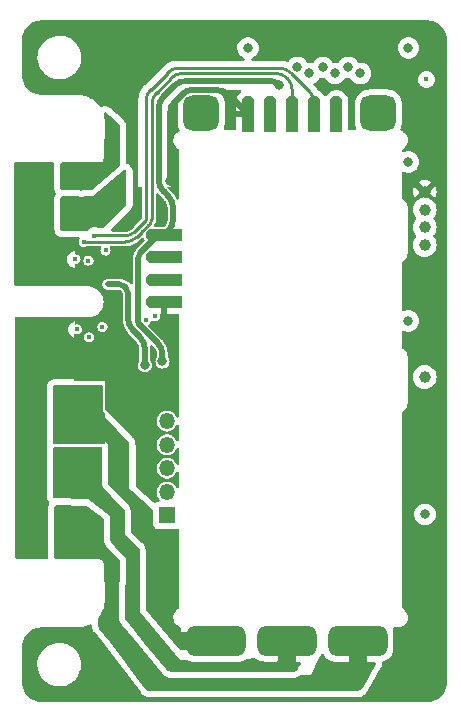
<source format=gbr>
%TF.GenerationSoftware,KiCad,Pcbnew,7.0.9*%
%TF.CreationDate,2024-04-13T12:05:23+02:00*%
%TF.ProjectId,MotorDriverCarrier-rounded,4d6f746f-7244-4726-9976-657243617272,rev?*%
%TF.SameCoordinates,Original*%
%TF.FileFunction,Copper,L2,Inr*%
%TF.FilePolarity,Positive*%
%FSLAX46Y46*%
G04 Gerber Fmt 4.6, Leading zero omitted, Abs format (unit mm)*
G04 Created by KiCad (PCBNEW 7.0.9) date 2024-04-13 12:05:23*
%MOMM*%
%LPD*%
G01*
G04 APERTURE LIST*
G04 Aperture macros list*
%AMRoundRect*
0 Rectangle with rounded corners*
0 $1 Rounding radius*
0 $2 $3 $4 $5 $6 $7 $8 $9 X,Y pos of 4 corners*
0 Add a 4 corners polygon primitive as box body*
4,1,4,$2,$3,$4,$5,$6,$7,$8,$9,$2,$3,0*
0 Add four circle primitives for the rounded corners*
1,1,$1+$1,$2,$3*
1,1,$1+$1,$4,$5*
1,1,$1+$1,$6,$7*
1,1,$1+$1,$8,$9*
0 Add four rect primitives between the rounded corners*
20,1,$1+$1,$2,$3,$4,$5,0*
20,1,$1+$1,$4,$5,$6,$7,0*
20,1,$1+$1,$6,$7,$8,$9,0*
20,1,$1+$1,$8,$9,$2,$3,0*%
%AMOutline5P*
0 Free polygon, 5 corners , with rotation*
0 The origin of the aperture is its center*
0 number of corners: always 5*
0 $1 to $10 corner X, Y*
0 $11 Rotation angle, in degrees counterclockwise*
0 create outline with 5 corners*
4,1,5,$1,$2,$3,$4,$5,$6,$7,$8,$9,$10,$1,$2,$11*%
%AMOutline6P*
0 Free polygon, 6 corners , with rotation*
0 The origin of the aperture is its center*
0 number of corners: always 6*
0 $1 to $12 corner X, Y*
0 $13 Rotation angle, in degrees counterclockwise*
0 create outline with 6 corners*
4,1,6,$1,$2,$3,$4,$5,$6,$7,$8,$9,$10,$11,$12,$1,$2,$13*%
%AMOutline7P*
0 Free polygon, 7 corners , with rotation*
0 The origin of the aperture is its center*
0 number of corners: always 7*
0 $1 to $14 corner X, Y*
0 $15 Rotation angle, in degrees counterclockwise*
0 create outline with 7 corners*
4,1,7,$1,$2,$3,$4,$5,$6,$7,$8,$9,$10,$11,$12,$13,$14,$1,$2,$15*%
%AMOutline8P*
0 Free polygon, 8 corners , with rotation*
0 The origin of the aperture is its center*
0 number of corners: always 8*
0 $1 to $16 corner X, Y*
0 $17 Rotation angle, in degrees counterclockwise*
0 create outline with 8 corners*
4,1,8,$1,$2,$3,$4,$5,$6,$7,$8,$9,$10,$11,$12,$13,$14,$15,$16,$1,$2,$17*%
G04 Aperture macros list end*
%TA.AperFunction,ComponentPad*%
%ADD10O,1.350000X1.350000*%
%TD*%
%TA.AperFunction,ComponentPad*%
%ADD11R,1.350000X1.350000*%
%TD*%
%TA.AperFunction,ComponentPad*%
%ADD12Outline6P,-0.500000X1.200000X-0.200000X1.500000X0.200000X1.500000X0.500000X1.200000X0.500000X-1.500000X-0.500000X-1.500000X0.000000*%
%TD*%
%TA.AperFunction,ComponentPad*%
%ADD13C,1.000000*%
%TD*%
%TA.AperFunction,ComponentPad*%
%ADD14RoundRect,0.625000X1.875000X0.625000X-1.875000X0.625000X-1.875000X-0.625000X1.875000X-0.625000X0*%
%TD*%
%TA.AperFunction,ComponentPad*%
%ADD15Outline6P,-0.500000X1.200000X-0.200000X1.500000X0.200000X1.500000X0.500000X1.200000X0.500000X-1.500000X-0.500000X-1.500000X90.000000*%
%TD*%
%TA.AperFunction,ComponentPad*%
%ADD16RoundRect,0.750000X0.750000X0.750000X-0.750000X0.750000X-0.750000X-0.750000X0.750000X-0.750000X0*%
%TD*%
%TA.AperFunction,ViaPad*%
%ADD17C,0.800000*%
%TD*%
%TA.AperFunction,ViaPad*%
%ADD18C,0.450000*%
%TD*%
%TA.AperFunction,Conductor*%
%ADD19C,0.508000*%
%TD*%
%TA.AperFunction,Conductor*%
%ADD20C,0.250000*%
%TD*%
%TA.AperFunction,Conductor*%
%ADD21C,0.254000*%
%TD*%
G04 APERTURE END LIST*
D10*
%TO.N,A*%
%TO.C,J2*%
X121158000Y-86075000D03*
%TO.N,B*%
X121158000Y-88075000D03*
%TO.N,Z*%
X121158000Y-90075000D03*
%TO.N,+5V*%
X121158000Y-92075000D03*
D11*
%TO.N,UART_GND*%
X121158000Y-94075000D03*
%TD*%
D12*
%TO.N,UART_GND*%
%TO.C,J13*%
X128004000Y-60093566D03*
%TO.N,OK*%
X129879000Y-60093566D03*
%TO.N,UART_RX*%
X131754000Y-60093566D03*
%TO.N,UART_TX*%
X133629000Y-60093566D03*
%TO.N,UART_VCC*%
X135504000Y-60093566D03*
%TD*%
D13*
%TO.N,UART_GND*%
%TO.C,J1*%
X142980000Y-66670683D03*
%TO.N,+3.3V*%
X142980000Y-68170683D03*
%TO.N,SWCLK*%
X142980000Y-69670683D03*
%TO.N,SWDIO*%
X142980000Y-71170683D03*
%TO.N,NRST*%
X142980000Y-82347317D03*
%TD*%
D14*
%TO.N,MOTOR_A*%
%TO.C,J10*%
X137312000Y-104690566D03*
%TO.N,MOTOR_B*%
X131312000Y-104690566D03*
%TO.N,MOTOR_C*%
X125312000Y-104690566D03*
%TD*%
D15*
%TO.N,UART_GND*%
%TO.C,J14*%
X120892000Y-75973000D03*
%TO.N,CAN_L*%
X120892000Y-74098000D03*
%TO.N,CAN_H*%
X120892000Y-72223000D03*
%TO.N,+5V*%
X120892000Y-70348000D03*
%TD*%
D16*
%TO.N,GNDPWR*%
%TO.C,J11*%
X139067000Y-60015000D03*
%TO.N,+24V*%
X124067000Y-60015000D03*
%TD*%
D17*
%TO.N,+24V*%
X116967000Y-66040000D03*
X115697000Y-67691000D03*
X113792000Y-68707000D03*
D18*
X143129000Y-57150000D03*
D17*
X114300000Y-67691000D03*
X114935000Y-68834000D03*
X116967000Y-67564000D03*
%TO.N,GNDPWR*%
X128016000Y-54483000D03*
X116586000Y-63627000D03*
X114808000Y-65024000D03*
X133223000Y-56642000D03*
X113665000Y-64770000D03*
X135382000Y-56642000D03*
X113919000Y-66167000D03*
X134366000Y-56134000D03*
X136525000Y-56134000D03*
X132200516Y-56140484D03*
X137541000Y-56642000D03*
X141605000Y-54483000D03*
X116459000Y-61341000D03*
X116586000Y-62484000D03*
%TO.N,+5V*%
X120777000Y-81026000D03*
X130683000Y-57658000D03*
X141605000Y-77597000D03*
X141605000Y-64135000D03*
D18*
%TO.N,CAN_L*%
X113538000Y-78315500D03*
X114554000Y-78994000D03*
%TO.N,CAN_H*%
X115698166Y-78115656D03*
D17*
%TO.N,MOTOR_A*%
X114935000Y-97155000D03*
X114935000Y-94742000D03*
X134493000Y-106807000D03*
X114935000Y-95885000D03*
X136779000Y-107061000D03*
X113919000Y-94107000D03*
X113919000Y-95250000D03*
X137922000Y-107061000D03*
X135636000Y-107061000D03*
X113919000Y-96393000D03*
%TO.N,MOTOR_B*%
X113919000Y-92075000D03*
X114935000Y-91440000D03*
X113792000Y-89408000D03*
X113919000Y-90805000D03*
X131699000Y-106807000D03*
X114935000Y-88773000D03*
X130556000Y-106807000D03*
X128143000Y-106807000D03*
X129286000Y-106807000D03*
X114935000Y-89916000D03*
%TO.N,MOTOR_C*%
X120396000Y-102362000D03*
X113919000Y-86868000D03*
X113919000Y-85725000D03*
X115189000Y-86106000D03*
X120142000Y-101092000D03*
X113919000Y-84328000D03*
X115189000Y-84709000D03*
X115062000Y-83566000D03*
X121920000Y-104140000D03*
X121158000Y-103251000D03*
D18*
%TO.N,A-*%
X119380000Y-77486500D03*
%TO.N,A+*%
X120142000Y-77216000D03*
%TO.N,UART_GND*%
X115697000Y-73152000D03*
X114808000Y-57658000D03*
X113919000Y-82169000D03*
X143931000Y-91720000D03*
D17*
X116205000Y-52705000D03*
X117348000Y-81915000D03*
X116332000Y-108585000D03*
D18*
X118935500Y-86550500D03*
X143002000Y-72771000D03*
D17*
X121412000Y-65786000D03*
X143256000Y-108712000D03*
X142875000Y-55499000D03*
D18*
X124714000Y-54864000D03*
X118631604Y-68974604D03*
D17*
X120650000Y-68834000D03*
D18*
%TO.N,UART_TX*%
X115020167Y-70372444D03*
%TO.N,UART_RX*%
X114101944Y-70921944D03*
%TO.N,SWCLK*%
X115958556Y-71635556D03*
%TO.N,SWDIO*%
X114510500Y-72486500D03*
%TO.N,NRST*%
X113411000Y-72390000D03*
%TO.N,HALL_A*%
X116140000Y-74487000D03*
D17*
X119286060Y-81353878D03*
%TO.N,OK*%
X143002000Y-93980000D03*
%TD*%
D19*
%TO.N,HALL_A*%
X117856023Y-77399773D02*
G75*
G03*
X118254448Y-78361712I1360377J-27D01*
G01*
X117855979Y-75243248D02*
G75*
G03*
X117634499Y-74708501I-756179J48D01*
G01*
X119286057Y-79956814D02*
G75*
G03*
X118887611Y-78994875I-1360357J14D01*
G01*
X117634514Y-74708486D02*
G75*
G03*
X117099751Y-74487000I-534714J-534714D01*
G01*
D20*
%TO.N,UART_RX*%
X122483490Y-56641997D02*
G75*
G03*
X121521551Y-57040448I10J-1360403D01*
G01*
X117617565Y-70921930D02*
G75*
G03*
X118579503Y-70523495I35J1360330D01*
G01*
X119568690Y-69522993D02*
G75*
G03*
X119587997Y-69515002I10J27293D01*
G01*
X120286450Y-58275553D02*
G75*
G03*
X119888000Y-59237490I961950J-961947D01*
G01*
X119059007Y-70044002D02*
G75*
G03*
X119067000Y-70024690I-19307J19302D01*
G01*
X131754002Y-58022490D02*
G75*
G03*
X131355550Y-57060552I-1360402J-10D01*
G01*
X119568690Y-69522991D02*
G75*
G03*
X119549382Y-69530997I10J-27309D01*
G01*
X131335446Y-57040450D02*
G75*
G03*
X130373509Y-56642000I-961946J-961950D01*
G01*
X119733997Y-69368997D02*
G75*
G03*
X119888000Y-68997211I-371797J371797D01*
G01*
X119075003Y-70005388D02*
G75*
G03*
X119067000Y-70024690I19297J-19312D01*
G01*
%TO.N,UART_TX*%
X118625001Y-69818990D02*
G75*
G03*
X118617000Y-69838294I19299J-19310D01*
G01*
X119778450Y-58021553D02*
G75*
G03*
X119380000Y-58983490I961950J-961947D01*
G01*
X117749113Y-70358004D02*
G75*
G03*
X118362801Y-70103801I-13J867904D01*
G01*
X133629026Y-59157056D02*
G75*
G03*
X133230550Y-58195118I-1360426J-44D01*
G01*
X118609005Y-69857604D02*
G75*
G03*
X118617000Y-69838294I-19305J19304D01*
G01*
X119375492Y-69072999D02*
G75*
G03*
X119367796Y-69076187I8J-10901D01*
G01*
X119375492Y-69073000D02*
G75*
G03*
X119380000Y-69068492I8J4500D01*
G01*
X131625863Y-56590467D02*
G75*
G03*
X130663943Y-56192000I-961963J-961933D01*
G01*
X122171490Y-56191997D02*
G75*
G03*
X121209551Y-56590448I10J-1360403D01*
G01*
X115044824Y-70358001D02*
G75*
G03*
X115027389Y-70365222I-24J-24599D01*
G01*
D19*
%TO.N,UART_GND*%
X123222434Y-58061024D02*
G75*
G03*
X122532508Y-58346777I-34J-975676D01*
G01*
D21*
X118110003Y-63447394D02*
G75*
G03*
X118237001Y-63753999I433597J-6D01*
G01*
X118364010Y-68517775D02*
G75*
G03*
X118497803Y-68840801I456790J-25D01*
G01*
D19*
X126369863Y-58459467D02*
G75*
G03*
X125407943Y-58061000I-961963J-961933D01*
G01*
D21*
X118110002Y-61523490D02*
G75*
G03*
X117711550Y-60561552I-1360402J-10D01*
G01*
X118363997Y-64060605D02*
G75*
G03*
X118236999Y-63754001I-433597J5D01*
G01*
D19*
X121810457Y-59068846D02*
G75*
G03*
X121412000Y-60030776I961943J-961954D01*
G01*
%TO.N,+5V*%
X120466998Y-65674509D02*
G75*
G03*
X120865449Y-66636447I1360402J9D01*
G01*
X121666002Y-68000490D02*
G75*
G03*
X121267550Y-67038552I-1360402J-10D01*
G01*
X118700994Y-77673207D02*
G75*
G03*
X118795606Y-77901606I323006J7D01*
G01*
X120658473Y-70347985D02*
G75*
G03*
X120259817Y-70513128I27J-563815D01*
G01*
X118894275Y-71878686D02*
G75*
G03*
X118701000Y-72345266I466625J-466614D01*
G01*
X120777002Y-80446490D02*
G75*
G03*
X120378550Y-79484552I-1360402J-10D01*
G01*
X120865450Y-58585553D02*
G75*
G03*
X120467000Y-59547490I961950J-961947D01*
G01*
X122737490Y-57276997D02*
G75*
G03*
X121775551Y-57675448I10J-1360403D01*
G01*
X121279000Y-69961000D02*
G75*
G03*
X121666000Y-69026699I-934300J934300D01*
G01*
X130492502Y-57467498D02*
G75*
G03*
X130032592Y-57277000I-459902J-459902D01*
G01*
X120658473Y-70347975D02*
G75*
G03*
X121057128Y-70182871I27J563775D01*
G01*
X120865448Y-58585551D02*
X121775551Y-57675448D01*
X130683000Y-57658000D02*
X130492500Y-57467500D01*
X118795606Y-77901606D02*
X120378551Y-79484551D01*
X120865448Y-66636448D02*
X121267551Y-67038551D01*
X120467000Y-65674509D02*
X120467000Y-59547490D01*
X120259817Y-70513128D02*
X118894267Y-71878678D01*
X121278999Y-69960999D02*
X121057128Y-70182871D01*
X121666000Y-68000490D02*
X121666000Y-69026699D01*
X118701000Y-77673207D02*
X118701000Y-72345266D01*
X122737490Y-57277000D02*
X130032592Y-57277000D01*
X120777000Y-80446490D02*
X120777000Y-81026000D01*
%TO.N,UART_GND*%
X121412000Y-65786000D02*
X121412000Y-60030776D01*
X122532508Y-58346777D02*
X121810448Y-59068837D01*
D21*
X118631604Y-68974604D02*
X118497802Y-68840802D01*
D19*
X123222434Y-58061000D02*
X125407943Y-58061000D01*
D21*
X118364000Y-68517775D02*
X118364000Y-64060605D01*
D19*
X126369882Y-58459448D02*
X128004000Y-60093566D01*
D21*
X114808000Y-57658000D02*
X117711551Y-60561551D01*
X118110000Y-63447394D02*
X118110000Y-61523490D01*
D20*
%TO.N,UART_TX*%
X118624997Y-69818986D02*
X119367796Y-69076187D01*
X118362801Y-70103801D02*
X118609002Y-69857601D01*
X117749113Y-70358000D02*
X115044824Y-70358000D01*
X115020167Y-70372444D02*
X115027389Y-70365222D01*
X119778448Y-58021551D02*
X121209551Y-56590448D01*
X130663943Y-56192000D02*
X122171490Y-56192000D01*
X119380000Y-58983490D02*
X119380000Y-69068492D01*
X133629000Y-59157056D02*
X133629000Y-60093566D01*
X133230551Y-58195117D02*
X131625882Y-56590448D01*
%TO.N,UART_RX*%
X121521551Y-57040448D02*
X120286448Y-58275551D01*
X117617565Y-70921944D02*
X114101944Y-70921944D01*
X119888000Y-59237490D02*
X119888000Y-68997211D01*
X131754000Y-58022490D02*
X131754000Y-60093566D01*
X119549382Y-69530997D02*
X119074997Y-70005382D01*
X131355551Y-57060551D02*
X131335448Y-57040448D01*
X119587997Y-69515002D02*
X119734000Y-69369000D01*
X118579503Y-70523495D02*
X119059002Y-70043997D01*
X122483490Y-56642000D02*
X130373509Y-56642000D01*
D19*
%TO.N,HALL_A*%
X117856000Y-77399773D02*
X117856000Y-75243248D01*
X116140000Y-74487000D02*
X117099751Y-74487000D01*
X118254448Y-78361712D02*
X118887611Y-78994875D01*
X119286060Y-79956814D02*
X119286060Y-81353878D01*
%TD*%
%TA.AperFunction,Conductor*%
%TO.N,UART_GND*%
G36*
X143202244Y-52150661D02*
G01*
X143284509Y-52156544D01*
X143425767Y-52166647D01*
X143443540Y-52169202D01*
X143655913Y-52215400D01*
X143673159Y-52220464D01*
X143876788Y-52296414D01*
X143893135Y-52303880D01*
X144022413Y-52374471D01*
X144083879Y-52408034D01*
X144099003Y-52417754D01*
X144272981Y-52547992D01*
X144286567Y-52559765D01*
X144440234Y-52713432D01*
X144452007Y-52727018D01*
X144582245Y-52900996D01*
X144591965Y-52916120D01*
X144696118Y-53106862D01*
X144703586Y-53123214D01*
X144779534Y-53326838D01*
X144784599Y-53344088D01*
X144830795Y-53556449D01*
X144833353Y-53574243D01*
X144849339Y-53797755D01*
X144849500Y-53802251D01*
X144849500Y-108197748D01*
X144849339Y-108202244D01*
X144833353Y-108425756D01*
X144830795Y-108443550D01*
X144784599Y-108655911D01*
X144779534Y-108673161D01*
X144703586Y-108876785D01*
X144696118Y-108893137D01*
X144591965Y-109083879D01*
X144582245Y-109099003D01*
X144452007Y-109272981D01*
X144440234Y-109286567D01*
X144286567Y-109440234D01*
X144272981Y-109452007D01*
X144099003Y-109582245D01*
X144083879Y-109591965D01*
X143893137Y-109696118D01*
X143876785Y-109703586D01*
X143673161Y-109779534D01*
X143655911Y-109784599D01*
X143443550Y-109830795D01*
X143425756Y-109833353D01*
X143202244Y-109849339D01*
X143197748Y-109849500D01*
X110552252Y-109849500D01*
X110547756Y-109849339D01*
X110324243Y-109833353D01*
X110306449Y-109830795D01*
X110094088Y-109784599D01*
X110076838Y-109779534D01*
X109873214Y-109703586D01*
X109856862Y-109696118D01*
X109666120Y-109591965D01*
X109650996Y-109582245D01*
X109477018Y-109452007D01*
X109463432Y-109440234D01*
X109309765Y-109286567D01*
X109297992Y-109272981D01*
X109289245Y-109261297D01*
X109167754Y-109099003D01*
X109158034Y-109083879D01*
X109124471Y-109022413D01*
X109053880Y-108893135D01*
X109046413Y-108876785D01*
X108970465Y-108673161D01*
X108965400Y-108655911D01*
X108958559Y-108624464D01*
X108919202Y-108443540D01*
X108916647Y-108425767D01*
X108903985Y-108248724D01*
X108900661Y-108202244D01*
X108900500Y-108197748D01*
X108900500Y-106769048D01*
X110186091Y-106769048D01*
X110215715Y-107038297D01*
X110284231Y-107300373D01*
X110390172Y-107549672D01*
X110390173Y-107549673D01*
X110531285Y-107780893D01*
X110704558Y-107989103D01*
X110906301Y-108169865D01*
X111132213Y-108319327D01*
X111377479Y-108434303D01*
X111636872Y-108512343D01*
X111636875Y-108512343D01*
X111636877Y-108512344D01*
X111904860Y-108551783D01*
X111904864Y-108551783D01*
X112107936Y-108551783D01*
X112142666Y-108549240D01*
X112310459Y-108536960D01*
X112310463Y-108536959D01*
X112310464Y-108536959D01*
X112420968Y-108512343D01*
X112574856Y-108478063D01*
X112827861Y-108381297D01*
X113064080Y-108248724D01*
X113278480Y-108083171D01*
X113466489Y-107888164D01*
X113624102Y-107667862D01*
X113747959Y-107426958D01*
X113835421Y-107170588D01*
X113860021Y-107037402D01*
X113884621Y-106904224D01*
X113884622Y-106904213D01*
X113885269Y-106886519D01*
X113894515Y-106633518D01*
X113876528Y-106470044D01*
X113864890Y-106364268D01*
X113796374Y-106102192D01*
X113690433Y-105852893D01*
X113549321Y-105621673D01*
X113376048Y-105413463D01*
X113376044Y-105413460D01*
X113376043Y-105413458D01*
X113174315Y-105232710D01*
X113174305Y-105232701D01*
X112948393Y-105083239D01*
X112703127Y-104968263D01*
X112545695Y-104920898D01*
X112443728Y-104890221D01*
X112175745Y-104850783D01*
X112175742Y-104850783D01*
X111972672Y-104850783D01*
X111972670Y-104850783D01*
X111770142Y-104865606D01*
X111770141Y-104865606D01*
X111505759Y-104924500D01*
X111505744Y-104924505D01*
X111252744Y-105021269D01*
X111016532Y-105153838D01*
X111016528Y-105153840D01*
X110802121Y-105319399D01*
X110614118Y-105514400D01*
X110614113Y-105514406D01*
X110456506Y-105734700D01*
X110456499Y-105734710D01*
X110332646Y-105975607D01*
X110332645Y-105975610D01*
X110245186Y-106231972D01*
X110245183Y-106231985D01*
X110195984Y-106498341D01*
X110195983Y-106498352D01*
X110186091Y-106769048D01*
X108900500Y-106769048D01*
X108900500Y-105202251D01*
X108900661Y-105197755D01*
X108913283Y-105021269D01*
X108916647Y-104974230D01*
X108919202Y-104956461D01*
X108965401Y-104744082D01*
X108970465Y-104726838D01*
X109046416Y-104523206D01*
X109053877Y-104506870D01*
X109158037Y-104316115D01*
X109167750Y-104301001D01*
X109297998Y-104127010D01*
X109309758Y-104113439D01*
X109463439Y-103959758D01*
X109477010Y-103947998D01*
X109651001Y-103817750D01*
X109666115Y-103808037D01*
X109856870Y-103703877D01*
X109873206Y-103696416D01*
X110076843Y-103620463D01*
X110094082Y-103615401D01*
X110306461Y-103569202D01*
X110324232Y-103566647D01*
X110465490Y-103556544D01*
X110547756Y-103550661D01*
X110552252Y-103550500D01*
X113692175Y-103550500D01*
X113692179Y-103550500D01*
X113974464Y-103516224D01*
X114250559Y-103448173D01*
X114516438Y-103347338D01*
X114625134Y-103290289D01*
X114694747Y-103276343D01*
X114760849Y-103302246D01*
X114802454Y-103359775D01*
X114808940Y-103388138D01*
X114819801Y-103487296D01*
X114824366Y-103514946D01*
X114836365Y-103569060D01*
X114836365Y-103569061D01*
X114843914Y-103596053D01*
X114843914Y-103596052D01*
X114843915Y-103596057D01*
X114843916Y-103596058D01*
X114884250Y-103714866D01*
X114886053Y-103720175D01*
X114886054Y-103720177D01*
X114896493Y-103746177D01*
X114905591Y-103765685D01*
X114919932Y-103796432D01*
X114919936Y-103796439D01*
X114919935Y-103796439D01*
X114933137Y-103821135D01*
X114933138Y-103821136D01*
X115002879Y-103936053D01*
X115010469Y-103947824D01*
X115022252Y-103965046D01*
X115030473Y-103976388D01*
X118921793Y-109046893D01*
X118931078Y-109058301D01*
X118945384Y-109074882D01*
X118955298Y-109085731D01*
X119053422Y-109187108D01*
X119053423Y-109187109D01*
X119075053Y-109207036D01*
X119075054Y-109207036D01*
X119075056Y-109207038D01*
X119120058Y-109243967D01*
X119120065Y-109243972D01*
X119120066Y-109243973D01*
X119143831Y-109261297D01*
X119259432Y-109335823D01*
X119259431Y-109335823D01*
X119259443Y-109335829D01*
X119259448Y-109335833D01*
X119285041Y-109350330D01*
X119285053Y-109350336D01*
X119285052Y-109350336D01*
X119337250Y-109376075D01*
X119337249Y-109376074D01*
X119349128Y-109381107D01*
X119364323Y-109387547D01*
X119493842Y-109433887D01*
X119493845Y-109433888D01*
X119493844Y-109433888D01*
X119513554Y-109439690D01*
X119522065Y-109442196D01*
X119572560Y-109453967D01*
X119578764Y-109455413D01*
X119578762Y-109455412D01*
X119607727Y-109460438D01*
X119607732Y-109460438D01*
X119607733Y-109460439D01*
X119747888Y-109476563D01*
X119762546Y-109477825D01*
X119773490Y-109478452D01*
X119784434Y-109479079D01*
X119791781Y-109479289D01*
X119799127Y-109479500D01*
X119799128Y-109479500D01*
X137193291Y-109479500D01*
X137193292Y-109479500D01*
X137210316Y-109478935D01*
X137235649Y-109477252D01*
X137252592Y-109475561D01*
X137414424Y-109453966D01*
X137447823Y-109447232D01*
X137447825Y-109447231D01*
X137447832Y-109447230D01*
X137496939Y-109433887D01*
X137512864Y-109429560D01*
X137545076Y-109418467D01*
X137545075Y-109418467D01*
X137545079Y-109418466D01*
X137545078Y-109418467D01*
X137691798Y-109356789D01*
X137722265Y-109341531D01*
X137722264Y-109341532D01*
X137744796Y-109328310D01*
X137780398Y-109307422D01*
X137808574Y-109288273D01*
X137933988Y-109190284D01*
X137933988Y-109190283D01*
X137933990Y-109190282D01*
X137959387Y-109167573D01*
X138006545Y-109119413D01*
X138028719Y-109093541D01*
X138028718Y-109093541D01*
X138028725Y-109093534D01*
X138028725Y-109093533D01*
X138126507Y-108962812D01*
X138136242Y-108948856D01*
X138140600Y-108942144D01*
X138150071Y-108927561D01*
X138158873Y-108912969D01*
X138179094Y-108876785D01*
X138421196Y-108443550D01*
X139291297Y-106886529D01*
X139329462Y-106800582D01*
X139344189Y-106757048D01*
X139366041Y-106665576D01*
X139366041Y-106538165D01*
X139386043Y-106470044D01*
X139439699Y-106423551D01*
X139465256Y-106415044D01*
X139533705Y-106400155D01*
X139732700Y-106314940D01*
X139911971Y-106193606D01*
X140065040Y-106040537D01*
X140186374Y-105861266D01*
X140271589Y-105662271D01*
X140317603Y-105450746D01*
X140320500Y-105402116D01*
X140320500Y-103979016D01*
X140317603Y-103930386D01*
X140271589Y-103718861D01*
X140271588Y-103718858D01*
X140270312Y-103714866D01*
X140268622Y-103643890D01*
X140305573Y-103583267D01*
X140369433Y-103552245D01*
X140390329Y-103550500D01*
X140644486Y-103550500D01*
X140700000Y-103550500D01*
X140785935Y-103550556D01*
X140954331Y-103516177D01*
X141112448Y-103448810D01*
X141253894Y-103351177D01*
X141372952Y-103227224D01*
X141464811Y-103081962D01*
X141525756Y-102921261D01*
X141553326Y-102751617D01*
X141546406Y-102579886D01*
X141505275Y-102413011D01*
X141431595Y-102257735D01*
X141328346Y-102120335D01*
X141199700Y-102006364D01*
X141166958Y-101987489D01*
X141134868Y-101968989D01*
X141116803Y-101956348D01*
X141102503Y-101944348D01*
X141074383Y-101910836D01*
X141070621Y-101904321D01*
X141055652Y-101863201D01*
X141052416Y-101844855D01*
X141050500Y-101822968D01*
X141050500Y-93980000D01*
X142088496Y-93980000D01*
X142108457Y-94169927D01*
X142118277Y-94200148D01*
X142167473Y-94351556D01*
X142167476Y-94351561D01*
X142262958Y-94516941D01*
X142262965Y-94516951D01*
X142390744Y-94658864D01*
X142390747Y-94658866D01*
X142545248Y-94771118D01*
X142719712Y-94848794D01*
X142906513Y-94888500D01*
X143097487Y-94888500D01*
X143284288Y-94848794D01*
X143458752Y-94771118D01*
X143613253Y-94658866D01*
X143741040Y-94516944D01*
X143836527Y-94351556D01*
X143895542Y-94169928D01*
X143915504Y-93980000D01*
X143895542Y-93790072D01*
X143836527Y-93608444D01*
X143741040Y-93443056D01*
X143741038Y-93443054D01*
X143741034Y-93443048D01*
X143613255Y-93301135D01*
X143458752Y-93188882D01*
X143284288Y-93111206D01*
X143097487Y-93071500D01*
X142906513Y-93071500D01*
X142719711Y-93111206D01*
X142545247Y-93188882D01*
X142390744Y-93301135D01*
X142262965Y-93443048D01*
X142262958Y-93443058D01*
X142167476Y-93608438D01*
X142167473Y-93608445D01*
X142108457Y-93790072D01*
X142088496Y-93980000D01*
X141050500Y-93980000D01*
X141050500Y-85359714D01*
X141070502Y-85291593D01*
X141106498Y-85254949D01*
X141108363Y-85253703D01*
X141247662Y-85160626D01*
X141366126Y-85042162D01*
X141459203Y-84902863D01*
X141523316Y-84748082D01*
X141556000Y-84583767D01*
X141556000Y-84500000D01*
X141556000Y-84444486D01*
X141556000Y-82347320D01*
X141966620Y-82347320D01*
X141986090Y-82545011D01*
X141986091Y-82545017D01*
X141986092Y-82545018D01*
X142043759Y-82735121D01*
X142137405Y-82910321D01*
X142263432Y-83063885D01*
X142416996Y-83189912D01*
X142592196Y-83283558D01*
X142782299Y-83341225D01*
X142782303Y-83341225D01*
X142782305Y-83341226D01*
X142979997Y-83360697D01*
X142980000Y-83360697D01*
X142980003Y-83360697D01*
X143177694Y-83341226D01*
X143177695Y-83341225D01*
X143177701Y-83341225D01*
X143367804Y-83283558D01*
X143543004Y-83189912D01*
X143696568Y-83063885D01*
X143822595Y-82910321D01*
X143916241Y-82735121D01*
X143973908Y-82545018D01*
X143993380Y-82347317D01*
X143993380Y-82347313D01*
X143973909Y-82149622D01*
X143973908Y-82149620D01*
X143973908Y-82149616D01*
X143916241Y-81959513D01*
X143822595Y-81784313D01*
X143696568Y-81630749D01*
X143543004Y-81504722D01*
X143367804Y-81411076D01*
X143177701Y-81353409D01*
X143177700Y-81353408D01*
X143177694Y-81353407D01*
X142980003Y-81333937D01*
X142979997Y-81333937D01*
X142782305Y-81353407D01*
X142592195Y-81411076D01*
X142416995Y-81504722D01*
X142263432Y-81630749D01*
X142137405Y-81784312D01*
X142043759Y-81959512D01*
X141986090Y-82149622D01*
X141966620Y-82347313D01*
X141966620Y-82347320D01*
X141556000Y-82347320D01*
X141556000Y-80670960D01*
X141556000Y-80616233D01*
X141523316Y-80451918D01*
X141459203Y-80297137D01*
X141366126Y-80157838D01*
X141366121Y-80157832D01*
X141247667Y-80039378D01*
X141247663Y-80039375D01*
X141247662Y-80039374D01*
X141207355Y-80012441D01*
X141106498Y-79945050D01*
X141060970Y-79890573D01*
X141050500Y-79840285D01*
X141050500Y-78538620D01*
X141070502Y-78470499D01*
X141124158Y-78424006D01*
X141194432Y-78413902D01*
X141227749Y-78423514D01*
X141322707Y-78465793D01*
X141322712Y-78465794D01*
X141509513Y-78505500D01*
X141700487Y-78505500D01*
X141887288Y-78465794D01*
X142061752Y-78388118D01*
X142216253Y-78275866D01*
X142229491Y-78261164D01*
X142344034Y-78133951D01*
X142344035Y-78133949D01*
X142344040Y-78133944D01*
X142439527Y-77968556D01*
X142498542Y-77786928D01*
X142518504Y-77597000D01*
X142498542Y-77407072D01*
X142439527Y-77225444D01*
X142344040Y-77060056D01*
X142344038Y-77060054D01*
X142344034Y-77060048D01*
X142216255Y-76918135D01*
X142061752Y-76805882D01*
X141887288Y-76728206D01*
X141700487Y-76688500D01*
X141509513Y-76688500D01*
X141322711Y-76728206D01*
X141227749Y-76770486D01*
X141157382Y-76779920D01*
X141093085Y-76749813D01*
X141055271Y-76689724D01*
X141050500Y-76655379D01*
X141050500Y-72639714D01*
X141070502Y-72571593D01*
X141106498Y-72534949D01*
X141108363Y-72533703D01*
X141247662Y-72440626D01*
X141366126Y-72322162D01*
X141459203Y-72182863D01*
X141523316Y-72028082D01*
X141556000Y-71863767D01*
X141556000Y-71780000D01*
X141556000Y-71724486D01*
X141556000Y-71170686D01*
X141966620Y-71170686D01*
X141986090Y-71368377D01*
X141986091Y-71368383D01*
X141986092Y-71368384D01*
X142043759Y-71558487D01*
X142137405Y-71733687D01*
X142263432Y-71887251D01*
X142416996Y-72013278D01*
X142592196Y-72106924D01*
X142782299Y-72164591D01*
X142782303Y-72164591D01*
X142782305Y-72164592D01*
X142979997Y-72184063D01*
X142980000Y-72184063D01*
X142980003Y-72184063D01*
X143177694Y-72164592D01*
X143177695Y-72164591D01*
X143177701Y-72164591D01*
X143367804Y-72106924D01*
X143543004Y-72013278D01*
X143696568Y-71887251D01*
X143822595Y-71733687D01*
X143916241Y-71558487D01*
X143973908Y-71368384D01*
X143993380Y-71170683D01*
X143973908Y-70972982D01*
X143916241Y-70782879D01*
X143822595Y-70607679D01*
X143734730Y-70500616D01*
X143706977Y-70435270D01*
X143718959Y-70365291D01*
X143734731Y-70340749D01*
X143822595Y-70233687D01*
X143916241Y-70058487D01*
X143973908Y-69868384D01*
X143975424Y-69853000D01*
X143993380Y-69670686D01*
X143993380Y-69670679D01*
X143973909Y-69472988D01*
X143973908Y-69472986D01*
X143973908Y-69472982D01*
X143916241Y-69282879D01*
X143822595Y-69107679D01*
X143734730Y-69000616D01*
X143706977Y-68935270D01*
X143718959Y-68865291D01*
X143734731Y-68840749D01*
X143736591Y-68838483D01*
X143822595Y-68733687D01*
X143916241Y-68558487D01*
X143973908Y-68368384D01*
X143989686Y-68208195D01*
X143993380Y-68170686D01*
X143993380Y-68170679D01*
X143973909Y-67972988D01*
X143973908Y-67972986D01*
X143973908Y-67972982D01*
X143916241Y-67782879D01*
X143822595Y-67607679D01*
X143696568Y-67454115D01*
X143543004Y-67328088D01*
X143457395Y-67282329D01*
X143367805Y-67234442D01*
X143304436Y-67215219D01*
X143177701Y-67176775D01*
X143171315Y-67176146D01*
X143166189Y-67175641D01*
X143100358Y-67149055D01*
X143089449Y-67139343D01*
X142980000Y-67029893D01*
X142979999Y-67029893D01*
X142870547Y-67139344D01*
X142808234Y-67173369D01*
X142793810Y-67175640D01*
X142782306Y-67176773D01*
X142782303Y-67176774D01*
X142782300Y-67176774D01*
X142782299Y-67176775D01*
X142732836Y-67191779D01*
X142592194Y-67234442D01*
X142416995Y-67328088D01*
X142263432Y-67454115D01*
X142137405Y-67607678D01*
X142043759Y-67782878D01*
X141986090Y-67972988D01*
X141966620Y-68170679D01*
X141966620Y-68170686D01*
X141986090Y-68368377D01*
X142043759Y-68558487D01*
X142137405Y-68733687D01*
X142225269Y-68840750D01*
X142253022Y-68906097D01*
X142241040Y-68976075D01*
X142225269Y-69000616D01*
X142137405Y-69107678D01*
X142043759Y-69282878D01*
X141986090Y-69472988D01*
X141966620Y-69670679D01*
X141966620Y-69670686D01*
X141986090Y-69868377D01*
X142043759Y-70058487D01*
X142137405Y-70233687D01*
X142225269Y-70340750D01*
X142253022Y-70406097D01*
X142241040Y-70476075D01*
X142225269Y-70500616D01*
X142137405Y-70607678D01*
X142043759Y-70782878D01*
X141986090Y-70972988D01*
X141966620Y-71170679D01*
X141966620Y-71170686D01*
X141556000Y-71170686D01*
X141556000Y-68030960D01*
X141556000Y-67976233D01*
X141523316Y-67811918D01*
X141459203Y-67657137D01*
X141366126Y-67517838D01*
X141366121Y-67517832D01*
X141247667Y-67399378D01*
X141247663Y-67399375D01*
X141247662Y-67399374D01*
X141204954Y-67370837D01*
X141106498Y-67305050D01*
X141060970Y-67250573D01*
X141050500Y-67200285D01*
X141050500Y-66670686D01*
X141967123Y-66670686D01*
X141986583Y-66868278D01*
X141986585Y-66868289D01*
X142044223Y-67058291D01*
X142110042Y-67181429D01*
X142620789Y-66670683D01*
X142725102Y-66670683D01*
X142744505Y-66768228D01*
X142799760Y-66850923D01*
X142882455Y-66906178D01*
X142955376Y-66920683D01*
X143004624Y-66920683D01*
X143077545Y-66906178D01*
X143160240Y-66850923D01*
X143215495Y-66768228D01*
X143234898Y-66670684D01*
X143339210Y-66670684D01*
X143849956Y-67181430D01*
X143915775Y-67058295D01*
X143915776Y-67058291D01*
X143973414Y-66868289D01*
X143973416Y-66868278D01*
X143992877Y-66670686D01*
X143992877Y-66670679D01*
X143973416Y-66473087D01*
X143973414Y-66473076D01*
X143915776Y-66283074D01*
X143849956Y-66159935D01*
X143339210Y-66670682D01*
X143339210Y-66670684D01*
X143234898Y-66670684D01*
X143234898Y-66670683D01*
X143215495Y-66573138D01*
X143160240Y-66490443D01*
X143077545Y-66435188D01*
X143004624Y-66420683D01*
X142955376Y-66420683D01*
X142882455Y-66435188D01*
X142799760Y-66490443D01*
X142744505Y-66573138D01*
X142725102Y-66670683D01*
X142620789Y-66670683D01*
X142620790Y-66670682D01*
X142110042Y-66159934D01*
X142110041Y-66159935D01*
X142044225Y-66283068D01*
X142044219Y-66283083D01*
X141986585Y-66473076D01*
X141986583Y-66473087D01*
X141967123Y-66670679D01*
X141967123Y-66670686D01*
X141050500Y-66670686D01*
X141050500Y-65800725D01*
X142469251Y-65800725D01*
X142979999Y-66311473D01*
X142980000Y-66311473D01*
X143490746Y-65800725D01*
X143490747Y-65800725D01*
X143367608Y-65734906D01*
X143177606Y-65677268D01*
X143177595Y-65677266D01*
X142980003Y-65657806D01*
X142979997Y-65657806D01*
X142782404Y-65677266D01*
X142782393Y-65677268D01*
X142592400Y-65734902D01*
X142592385Y-65734908D01*
X142469252Y-65800724D01*
X142469251Y-65800725D01*
X141050500Y-65800725D01*
X141050500Y-65076620D01*
X141070502Y-65008499D01*
X141124158Y-64962006D01*
X141194432Y-64951902D01*
X141227749Y-64961514D01*
X141322707Y-65003793D01*
X141322712Y-65003794D01*
X141509513Y-65043500D01*
X141700487Y-65043500D01*
X141887288Y-65003794D01*
X142061752Y-64926118D01*
X142216253Y-64813866D01*
X142315872Y-64703228D01*
X142344034Y-64671951D01*
X142344035Y-64671949D01*
X142344040Y-64671944D01*
X142439527Y-64506556D01*
X142498542Y-64324928D01*
X142518504Y-64135000D01*
X142498542Y-63945072D01*
X142439527Y-63763444D01*
X142344040Y-63598056D01*
X142344038Y-63598054D01*
X142344034Y-63598048D01*
X142216255Y-63456135D01*
X142061752Y-63343882D01*
X141887288Y-63266206D01*
X141700487Y-63226500D01*
X141509513Y-63226500D01*
X141322709Y-63266206D01*
X141227749Y-63308485D01*
X141157382Y-63317919D01*
X141093085Y-63287812D01*
X141055272Y-63227723D01*
X141050501Y-63193386D01*
X141050501Y-63177025D01*
X141052413Y-63155156D01*
X141055653Y-63136777D01*
X141070624Y-63095653D01*
X141074352Y-63089196D01*
X141102483Y-63055678D01*
X141102513Y-63055653D01*
X141116874Y-63043604D01*
X141134920Y-63030979D01*
X141199700Y-62993636D01*
X141328346Y-62879665D01*
X141431595Y-62742265D01*
X141505275Y-62586989D01*
X141546406Y-62420114D01*
X141553326Y-62248383D01*
X141525756Y-62078739D01*
X141464811Y-61918038D01*
X141372952Y-61772776D01*
X141253894Y-61648823D01*
X141169026Y-61590243D01*
X141112446Y-61551188D01*
X141112443Y-61551187D01*
X141004652Y-61505262D01*
X140949823Y-61460160D01*
X140928081Y-61392574D01*
X140939320Y-61337237D01*
X140969228Y-61271392D01*
X141009679Y-61182336D01*
X141065030Y-60962669D01*
X141075500Y-60829636D01*
X141075500Y-59200364D01*
X141065030Y-59067331D01*
X141009679Y-58847664D01*
X140915994Y-58641409D01*
X140915993Y-58641408D01*
X140915990Y-58641402D01*
X140786988Y-58455200D01*
X140786984Y-58455195D01*
X140626804Y-58295015D01*
X140626799Y-58295011D01*
X140440597Y-58166009D01*
X140440588Y-58166004D01*
X140234341Y-58072323D01*
X140234338Y-58072322D01*
X140234336Y-58072321D01*
X140014669Y-58016970D01*
X139913049Y-58008972D01*
X139881639Y-58006500D01*
X139881636Y-58006500D01*
X138252364Y-58006500D01*
X138252361Y-58006500D01*
X138218267Y-58009183D01*
X138119331Y-58016970D01*
X138119327Y-58016970D01*
X138119327Y-58016971D01*
X137899667Y-58072320D01*
X137899658Y-58072323D01*
X137693411Y-58166004D01*
X137693402Y-58166009D01*
X137507200Y-58295011D01*
X137507195Y-58295015D01*
X137347015Y-58455195D01*
X137347011Y-58455200D01*
X137218009Y-58641402D01*
X137218004Y-58641411D01*
X137124323Y-58847658D01*
X137124320Y-58847667D01*
X137123243Y-58851941D01*
X137068970Y-59067331D01*
X137058500Y-59200364D01*
X137058500Y-60829636D01*
X137068970Y-60962669D01*
X137090811Y-61049347D01*
X137124320Y-61182332D01*
X137124323Y-61182341D01*
X137164772Y-61271392D01*
X137174733Y-61341686D01*
X137145108Y-61406207D01*
X137085303Y-61444468D01*
X137050052Y-61449500D01*
X136638500Y-61449500D01*
X136570379Y-61429498D01*
X136523886Y-61375842D01*
X136512500Y-61323500D01*
X136512500Y-60191111D01*
X136512501Y-58851941D01*
X136501771Y-58766518D01*
X136445814Y-58631426D01*
X136392997Y-58563435D01*
X136034126Y-58204564D01*
X136034116Y-58204556D01*
X135966139Y-58151750D01*
X135831048Y-58095795D01*
X135745630Y-58085066D01*
X135745625Y-58085065D01*
X135745623Y-58085065D01*
X135262379Y-58085065D01*
X135262378Y-58085065D01*
X135262375Y-58085065D01*
X135194036Y-58093649D01*
X135176951Y-58095795D01*
X135041859Y-58151752D01*
X134973874Y-58204564D01*
X134655595Y-58522843D01*
X134593283Y-58556868D01*
X134522467Y-58551803D01*
X134477405Y-58522842D01*
X134159135Y-58204572D01*
X134159128Y-58204566D01*
X134159126Y-58204564D01*
X134159116Y-58204556D01*
X134091142Y-58151753D01*
X133993906Y-58111475D01*
X133938626Y-58066926D01*
X133935441Y-58062106D01*
X133897313Y-58001429D01*
X133897303Y-58001415D01*
X133757681Y-57826341D01*
X133757670Y-57826329D01*
X133738029Y-57806689D01*
X133738027Y-57806686D01*
X133646211Y-57714873D01*
X133591223Y-57659884D01*
X133557197Y-57597572D01*
X133562262Y-57526757D01*
X133604809Y-57469921D01*
X133629060Y-57455687D01*
X133679752Y-57433118D01*
X133834253Y-57320866D01*
X133834255Y-57320864D01*
X133962034Y-57178951D01*
X133962035Y-57178949D01*
X133962040Y-57178944D01*
X134020152Y-57078290D01*
X134071532Y-57029300D01*
X134141245Y-57015863D01*
X134155466Y-57018046D01*
X134270513Y-57042500D01*
X134461483Y-57042500D01*
X134461487Y-57042500D01*
X134463410Y-57042091D01*
X134464549Y-57042178D01*
X134468050Y-57041810D01*
X134468117Y-57042450D01*
X134534198Y-57047489D01*
X134590833Y-57090302D01*
X134598730Y-57102336D01*
X134642958Y-57178941D01*
X134642965Y-57178951D01*
X134770744Y-57320864D01*
X134770747Y-57320866D01*
X134925248Y-57433118D01*
X135099712Y-57510794D01*
X135286513Y-57550500D01*
X135477487Y-57550500D01*
X135664288Y-57510794D01*
X135838752Y-57433118D01*
X135993253Y-57320866D01*
X135993255Y-57320864D01*
X136121034Y-57178951D01*
X136121035Y-57178949D01*
X136121040Y-57178944D01*
X136179152Y-57078290D01*
X136230532Y-57029300D01*
X136300245Y-57015863D01*
X136314466Y-57018046D01*
X136429513Y-57042500D01*
X136620483Y-57042500D01*
X136620487Y-57042500D01*
X136622410Y-57042091D01*
X136623549Y-57042178D01*
X136627050Y-57041810D01*
X136627117Y-57042450D01*
X136693198Y-57047489D01*
X136749833Y-57090302D01*
X136757730Y-57102336D01*
X136801958Y-57178941D01*
X136801965Y-57178951D01*
X136929744Y-57320864D01*
X136929747Y-57320866D01*
X137084248Y-57433118D01*
X137258712Y-57510794D01*
X137445513Y-57550500D01*
X137636487Y-57550500D01*
X137823288Y-57510794D01*
X137997752Y-57433118D01*
X138152253Y-57320866D01*
X138152255Y-57320864D01*
X138280034Y-57178951D01*
X138280035Y-57178949D01*
X138280040Y-57178944D01*
X138296751Y-57150000D01*
X142390859Y-57150000D01*
X142409366Y-57314252D01*
X142450958Y-57433116D01*
X142463958Y-57470267D01*
X142463959Y-57470269D01*
X142551897Y-57610223D01*
X142668776Y-57727102D01*
X142700694Y-57747157D01*
X142808733Y-57815042D01*
X142964748Y-57869634D01*
X143129000Y-57888141D01*
X143293252Y-57869634D01*
X143449267Y-57815042D01*
X143589223Y-57727102D01*
X143706102Y-57610223D01*
X143794042Y-57470267D01*
X143848634Y-57314252D01*
X143867141Y-57150000D01*
X143848634Y-56985748D01*
X143794042Y-56829733D01*
X143740478Y-56744486D01*
X143706102Y-56689776D01*
X143589223Y-56572897D01*
X143449269Y-56484959D01*
X143449267Y-56484958D01*
X143355284Y-56452072D01*
X143293252Y-56430366D01*
X143129000Y-56411859D01*
X142964748Y-56430366D01*
X142964745Y-56430366D01*
X142964745Y-56430367D01*
X142808732Y-56484958D01*
X142808730Y-56484959D01*
X142668776Y-56572897D01*
X142551897Y-56689776D01*
X142463959Y-56829730D01*
X142463958Y-56829732D01*
X142433473Y-56916854D01*
X142409366Y-56985748D01*
X142390859Y-57150000D01*
X138296751Y-57150000D01*
X138375527Y-57013556D01*
X138434542Y-56831928D01*
X138454504Y-56642000D01*
X138434542Y-56452072D01*
X138375527Y-56270444D01*
X138280040Y-56105056D01*
X138280038Y-56105054D01*
X138280034Y-56105048D01*
X138152255Y-55963135D01*
X137997752Y-55850882D01*
X137823288Y-55773206D01*
X137636487Y-55733500D01*
X137445513Y-55733500D01*
X137445504Y-55733500D01*
X137443572Y-55733911D01*
X137442428Y-55733823D01*
X137438942Y-55734190D01*
X137438874Y-55733552D01*
X137372782Y-55728502D01*
X137316154Y-55685679D01*
X137308269Y-55673663D01*
X137303352Y-55665147D01*
X137264040Y-55597056D01*
X137264036Y-55597051D01*
X137264034Y-55597048D01*
X137136255Y-55455135D01*
X136981752Y-55342882D01*
X136807288Y-55265206D01*
X136620487Y-55225500D01*
X136429513Y-55225500D01*
X136242711Y-55265206D01*
X136068247Y-55342882D01*
X135913744Y-55455135D01*
X135785965Y-55597048D01*
X135785961Y-55597054D01*
X135785960Y-55597056D01*
X135764963Y-55633424D01*
X135727848Y-55697708D01*
X135676465Y-55746701D01*
X135606751Y-55760136D01*
X135592532Y-55757953D01*
X135477492Y-55733500D01*
X135477487Y-55733500D01*
X135286513Y-55733500D01*
X135286504Y-55733500D01*
X135284572Y-55733911D01*
X135283428Y-55733823D01*
X135279942Y-55734190D01*
X135279874Y-55733552D01*
X135213782Y-55728502D01*
X135157154Y-55685679D01*
X135149269Y-55673663D01*
X135144352Y-55665147D01*
X135105040Y-55597056D01*
X135105036Y-55597051D01*
X135105034Y-55597048D01*
X134977255Y-55455135D01*
X134822752Y-55342882D01*
X134648288Y-55265206D01*
X134461487Y-55225500D01*
X134270513Y-55225500D01*
X134083711Y-55265206D01*
X133909247Y-55342882D01*
X133754744Y-55455135D01*
X133626965Y-55597048D01*
X133626961Y-55597054D01*
X133626960Y-55597056D01*
X133605963Y-55633424D01*
X133568848Y-55697708D01*
X133517465Y-55746701D01*
X133447751Y-55760136D01*
X133433532Y-55757953D01*
X133318492Y-55733500D01*
X133318487Y-55733500D01*
X133127513Y-55733500D01*
X133127511Y-55733500D01*
X133116473Y-55735846D01*
X133045682Y-55730443D01*
X132989050Y-55687625D01*
X132981158Y-55675598D01*
X132980041Y-55673663D01*
X132939556Y-55603540D01*
X132939554Y-55603538D01*
X132939552Y-55603534D01*
X132811771Y-55461619D01*
X132657268Y-55349366D01*
X132482804Y-55271690D01*
X132296003Y-55231984D01*
X132105029Y-55231984D01*
X131918227Y-55271690D01*
X131743763Y-55349366D01*
X131589260Y-55461619D01*
X131461481Y-55603532D01*
X131461477Y-55603538D01*
X131461476Y-55603540D01*
X131458194Y-55609223D01*
X131406812Y-55658214D01*
X131337098Y-55671648D01*
X131307460Y-55665147D01*
X131216808Y-55633424D01*
X131216805Y-55633423D01*
X131216804Y-55633422D01*
X131216802Y-55633422D01*
X131110787Y-55609222D01*
X130998474Y-55583584D01*
X130775933Y-55558502D01*
X130748227Y-55558502D01*
X130748191Y-55558500D01*
X130743973Y-55558500D01*
X130663963Y-55558500D01*
X130587042Y-55558497D01*
X130587041Y-55558497D01*
X130583258Y-55558497D01*
X130583213Y-55558500D01*
X128426803Y-55558500D01*
X128358682Y-55538498D01*
X128312189Y-55484842D01*
X128302085Y-55414568D01*
X128331579Y-55349988D01*
X128375554Y-55317393D01*
X128472752Y-55274118D01*
X128627253Y-55161866D01*
X128755040Y-55019944D01*
X128850527Y-54854556D01*
X128909542Y-54672928D01*
X128929504Y-54483000D01*
X140691496Y-54483000D01*
X140711457Y-54672927D01*
X140720163Y-54699720D01*
X140770473Y-54854556D01*
X140770476Y-54854561D01*
X140865958Y-55019941D01*
X140865965Y-55019951D01*
X140993744Y-55161864D01*
X140993747Y-55161866D01*
X141148248Y-55274118D01*
X141322712Y-55351794D01*
X141509513Y-55391500D01*
X141700487Y-55391500D01*
X141887288Y-55351794D01*
X142061752Y-55274118D01*
X142216253Y-55161866D01*
X142344040Y-55019944D01*
X142439527Y-54854556D01*
X142498542Y-54672928D01*
X142518504Y-54483000D01*
X142498542Y-54293072D01*
X142439527Y-54111444D01*
X142344040Y-53946056D01*
X142344038Y-53946054D01*
X142344034Y-53946048D01*
X142216255Y-53804135D01*
X142061752Y-53691882D01*
X141887288Y-53614206D01*
X141700487Y-53574500D01*
X141509513Y-53574500D01*
X141322711Y-53614206D01*
X141148247Y-53691882D01*
X140993744Y-53804135D01*
X140865965Y-53946048D01*
X140865958Y-53946058D01*
X140770476Y-54111438D01*
X140770473Y-54111445D01*
X140711457Y-54293072D01*
X140691496Y-54483000D01*
X128929504Y-54483000D01*
X128909542Y-54293072D01*
X128850527Y-54111444D01*
X128755040Y-53946056D01*
X128755038Y-53946054D01*
X128755034Y-53946048D01*
X128627255Y-53804135D01*
X128472752Y-53691882D01*
X128298288Y-53614206D01*
X128111487Y-53574500D01*
X127920513Y-53574500D01*
X127733711Y-53614206D01*
X127559247Y-53691882D01*
X127404744Y-53804135D01*
X127276965Y-53946048D01*
X127276958Y-53946058D01*
X127181476Y-54111438D01*
X127181473Y-54111445D01*
X127122457Y-54293072D01*
X127102496Y-54483000D01*
X127122457Y-54672927D01*
X127131163Y-54699720D01*
X127181473Y-54854556D01*
X127181476Y-54854561D01*
X127276958Y-55019941D01*
X127276965Y-55019951D01*
X127404744Y-55161864D01*
X127404747Y-55161866D01*
X127559248Y-55274118D01*
X127656446Y-55317393D01*
X127710542Y-55363373D01*
X127731191Y-55431301D01*
X127711839Y-55499609D01*
X127658628Y-55546610D01*
X127605197Y-55558500D01*
X122252221Y-55558500D01*
X122252205Y-55558499D01*
X122223678Y-55558499D01*
X122223671Y-55558497D01*
X122171485Y-55558497D01*
X122059511Y-55558497D01*
X121938519Y-55572130D01*
X121836975Y-55583572D01*
X121618634Y-55633408D01*
X121407260Y-55707372D01*
X121205486Y-55804542D01*
X121205484Y-55804543D01*
X121015869Y-55923686D01*
X120840769Y-56063324D01*
X120840768Y-56063325D01*
X120818188Y-56085906D01*
X119300962Y-57603130D01*
X119300837Y-57603262D01*
X119251322Y-57652776D01*
X119251316Y-57652782D01*
X119111696Y-57827861D01*
X119111693Y-57827865D01*
X118992546Y-58017485D01*
X118992545Y-58017487D01*
X118895375Y-58219261D01*
X118821411Y-58430635D01*
X118771575Y-58648974D01*
X118746500Y-58871511D01*
X118746500Y-58983485D01*
X118746499Y-59064205D01*
X118746500Y-59064221D01*
X118746500Y-66229515D01*
X118242000Y-66221507D01*
X118242000Y-64914364D01*
X118221317Y-64770096D01*
X118201742Y-64703228D01*
X118187500Y-64671941D01*
X118141365Y-64570588D01*
X118045834Y-64459972D01*
X118018455Y-64436169D01*
X117994753Y-64415562D01*
X117993940Y-64414804D01*
X117993100Y-64414126D01*
X117870282Y-64334911D01*
X117870278Y-64334909D01*
X117819374Y-64319871D01*
X117759711Y-64281389D01*
X117730325Y-64216759D01*
X117729072Y-64199309D01*
X117722578Y-61084062D01*
X117720151Y-61049356D01*
X117713175Y-60998955D01*
X117699014Y-60930932D01*
X117678560Y-60884604D01*
X117639984Y-60797224D01*
X117602952Y-60737968D01*
X117602000Y-60736771D01*
X117601265Y-60735972D01*
X117541481Y-60665189D01*
X117508651Y-60626317D01*
X116340748Y-59588179D01*
X116291096Y-59550591D01*
X116276409Y-59539472D01*
X116276408Y-59539471D01*
X116276401Y-59539466D01*
X116243688Y-59518529D01*
X116243689Y-59518530D01*
X116172537Y-59480514D01*
X116172529Y-59480511D01*
X116031655Y-59441633D01*
X116028664Y-59441252D01*
X115962335Y-59432819D01*
X115962332Y-59432819D01*
X115962321Y-59432818D01*
X115816204Y-59435204D01*
X115816202Y-59435204D01*
X115816201Y-59435205D01*
X115795565Y-59441632D01*
X115676660Y-59478662D01*
X115636140Y-59497973D01*
X115566040Y-59509221D01*
X115500987Y-59480786D01*
X115478239Y-59455804D01*
X115469540Y-59443201D01*
X115403657Y-59347753D01*
X115403656Y-59347751D01*
X115215092Y-59134907D01*
X115002249Y-58946345D01*
X115002250Y-58946345D01*
X115002247Y-58946343D01*
X114865534Y-58851977D01*
X114768229Y-58784812D01*
X114768222Y-58784808D01*
X114516450Y-58652667D01*
X114516434Y-58652660D01*
X114250558Y-58551826D01*
X113974466Y-58483776D01*
X113974460Y-58483775D01*
X113692182Y-58449500D01*
X113692179Y-58449500D01*
X113608488Y-58449500D01*
X110552252Y-58449500D01*
X110547756Y-58449339D01*
X110324243Y-58433353D01*
X110306449Y-58430795D01*
X110094088Y-58384599D01*
X110076838Y-58379534D01*
X109873214Y-58303586D01*
X109856862Y-58296118D01*
X109666120Y-58191965D01*
X109650996Y-58182245D01*
X109477018Y-58052007D01*
X109463432Y-58040234D01*
X109309765Y-57886567D01*
X109297992Y-57872981D01*
X109295486Y-57869634D01*
X109218235Y-57766438D01*
X109167754Y-57699003D01*
X109158034Y-57683879D01*
X109069568Y-57521865D01*
X109053880Y-57493135D01*
X109046413Y-57476785D01*
X109030125Y-57433116D01*
X108970464Y-57273159D01*
X108965400Y-57255911D01*
X108958559Y-57224464D01*
X108919202Y-57043540D01*
X108916647Y-57025767D01*
X108906544Y-56884509D01*
X108900661Y-56802244D01*
X108900500Y-56797748D01*
X108900500Y-55366576D01*
X110196382Y-55366576D01*
X110226006Y-55635825D01*
X110294522Y-55897901D01*
X110400463Y-56147200D01*
X110400464Y-56147201D01*
X110541576Y-56378421D01*
X110714849Y-56586631D01*
X110714851Y-56586633D01*
X110714853Y-56586635D01*
X110819830Y-56680694D01*
X110916592Y-56767393D01*
X111142504Y-56916855D01*
X111387770Y-57031831D01*
X111647163Y-57109871D01*
X111647166Y-57109871D01*
X111647168Y-57109872D01*
X111915151Y-57149311D01*
X111915155Y-57149311D01*
X112118227Y-57149311D01*
X112152957Y-57146768D01*
X112320750Y-57134488D01*
X112320754Y-57134487D01*
X112320755Y-57134487D01*
X112519107Y-57090302D01*
X112585147Y-57075591D01*
X112838152Y-56978825D01*
X113074371Y-56846252D01*
X113288771Y-56680699D01*
X113476780Y-56485692D01*
X113634393Y-56265390D01*
X113758250Y-56024486D01*
X113845712Y-55768116D01*
X113875061Y-55609222D01*
X113894912Y-55501752D01*
X113894913Y-55501741D01*
X113898099Y-55414568D01*
X113904806Y-55231046D01*
X113889932Y-55095869D01*
X113875181Y-54961796D01*
X113806665Y-54699720D01*
X113700724Y-54450421D01*
X113559612Y-54219201D01*
X113386339Y-54010991D01*
X113386335Y-54010988D01*
X113386334Y-54010986D01*
X113184606Y-53830238D01*
X113184596Y-53830229D01*
X112958684Y-53680767D01*
X112713418Y-53565791D01*
X112555986Y-53518426D01*
X112454019Y-53487749D01*
X112186036Y-53448311D01*
X112186033Y-53448311D01*
X111982963Y-53448311D01*
X111982961Y-53448311D01*
X111780433Y-53463134D01*
X111780432Y-53463134D01*
X111516050Y-53522028D01*
X111516035Y-53522033D01*
X111263035Y-53618797D01*
X111026823Y-53751366D01*
X111026819Y-53751368D01*
X110812412Y-53916927D01*
X110624409Y-54111928D01*
X110624404Y-54111934D01*
X110466797Y-54332228D01*
X110466790Y-54332238D01*
X110342937Y-54573135D01*
X110342936Y-54573138D01*
X110255477Y-54829500D01*
X110255474Y-54829513D01*
X110206275Y-55095869D01*
X110206274Y-55095880D01*
X110196382Y-55366576D01*
X108900500Y-55366576D01*
X108900500Y-53802251D01*
X108900661Y-53797755D01*
X108913460Y-53618797D01*
X108916647Y-53574230D01*
X108919202Y-53556461D01*
X108965401Y-53344082D01*
X108970465Y-53326838D01*
X109046416Y-53123206D01*
X109053877Y-53106870D01*
X109158037Y-52916115D01*
X109167750Y-52901001D01*
X109297998Y-52727010D01*
X109309758Y-52713439D01*
X109463439Y-52559758D01*
X109477010Y-52547998D01*
X109651001Y-52417750D01*
X109666115Y-52408037D01*
X109856870Y-52303877D01*
X109873206Y-52296416D01*
X110076843Y-52220463D01*
X110094082Y-52215401D01*
X110306461Y-52169202D01*
X110324232Y-52166647D01*
X110465490Y-52156544D01*
X110547756Y-52150661D01*
X110552252Y-52150500D01*
X110605514Y-52150500D01*
X143144486Y-52150500D01*
X143197748Y-52150500D01*
X143202244Y-52150661D01*
G37*
%TD.AperFunction*%
%TA.AperFunction,Conductor*%
G36*
X113336793Y-77608796D02*
G01*
X113217732Y-77650458D01*
X113217730Y-77650459D01*
X113077776Y-77738397D01*
X112960897Y-77855276D01*
X112872959Y-77995230D01*
X112872958Y-77995232D01*
X112872958Y-77995233D01*
X112818366Y-78151248D01*
X112799859Y-78315500D01*
X112818366Y-78479752D01*
X112818367Y-78479754D01*
X112872958Y-78635767D01*
X112872959Y-78635769D01*
X112960897Y-78775723D01*
X113077776Y-78892602D01*
X113196081Y-78966937D01*
X113217733Y-78980542D01*
X113322124Y-79017070D01*
X113285380Y-82544500D01*
X111632000Y-82544500D01*
X111631990Y-82544500D01*
X111543267Y-82554039D01*
X111522851Y-82556234D01*
X111522848Y-82556234D01*
X111522844Y-82556235D01*
X111522840Y-82556235D01*
X111470519Y-82567617D01*
X111470498Y-82567623D01*
X111366345Y-82602288D01*
X111243385Y-82681310D01*
X111191019Y-82726685D01*
X111189904Y-82727599D01*
X111094019Y-82838258D01*
X111094017Y-82838261D01*
X111033301Y-82971210D01*
X111013302Y-83039322D01*
X111013300Y-83039329D01*
X111013300Y-83039331D01*
X110992502Y-83183990D01*
X110992500Y-83184003D01*
X110992500Y-87885009D01*
X111004235Y-87994155D01*
X111004235Y-87994159D01*
X111015617Y-88046480D01*
X111015623Y-88046501D01*
X111033103Y-88099020D01*
X111035637Y-88169972D01*
X111034447Y-88174309D01*
X111013302Y-88246322D01*
X111013300Y-88246329D01*
X110992500Y-88391003D01*
X110992500Y-92460546D01*
X111002725Y-92562512D01*
X111012665Y-92611568D01*
X111012667Y-92611573D01*
X111042942Y-92709489D01*
X111118416Y-92834648D01*
X111118423Y-92834658D01*
X111163352Y-92889603D01*
X111163358Y-92889610D01*
X111163360Y-92889612D01*
X111172718Y-92898200D01*
X111209380Y-92958997D01*
X111207353Y-93029964D01*
X111202134Y-93043371D01*
X111160301Y-93134970D01*
X111140303Y-93203079D01*
X111140300Y-93203089D01*
X111140300Y-93203091D01*
X111120371Y-93341706D01*
X111119500Y-93347763D01*
X111119500Y-97660500D01*
X111099498Y-97728621D01*
X111045842Y-97775114D01*
X110993500Y-97786500D01*
X108455574Y-97786500D01*
X108387453Y-97766498D01*
X108340960Y-97712842D01*
X108329576Y-97660973D01*
X108254789Y-77543365D01*
X108255299Y-77535132D01*
X108272622Y-77399992D01*
X108281065Y-77368103D01*
X108282105Y-77365572D01*
X108326514Y-77310182D01*
X108393821Y-77287592D01*
X108398634Y-77287500D01*
X113340141Y-77287500D01*
X113336793Y-77608796D01*
G37*
%TD.AperFunction*%
%TA.AperFunction,Conductor*%
G36*
X120067067Y-92964118D02*
G01*
X120025411Y-92948780D01*
X120016785Y-92941769D01*
X119978249Y-92907515D01*
X118538790Y-91627995D01*
X118501165Y-91567788D01*
X118496500Y-91533821D01*
X118496500Y-91318761D01*
X120067067Y-92964118D01*
G37*
%TD.AperFunction*%
%TA.AperFunction,Conductor*%
G36*
X111569621Y-64207502D02*
G01*
X111616114Y-64261158D01*
X111627500Y-64313500D01*
X111627500Y-66418507D01*
X111639237Y-66527664D01*
X111650441Y-66579167D01*
X111685109Y-66683325D01*
X111685111Y-66683329D01*
X111713979Y-66728248D01*
X111733981Y-66796369D01*
X111722594Y-66848712D01*
X111667987Y-66968281D01*
X111648302Y-67035319D01*
X111648301Y-67035326D01*
X111648300Y-67035330D01*
X111628454Y-67173369D01*
X111627500Y-67180003D01*
X111627500Y-69853007D01*
X111639237Y-69962164D01*
X111650441Y-70013667D01*
X111685109Y-70117825D01*
X111764130Y-70240784D01*
X111764131Y-70240786D01*
X111809880Y-70293582D01*
X111809882Y-70293583D01*
X111809884Y-70293586D01*
X111920339Y-70389297D01*
X112053287Y-70450014D01*
X112120326Y-70469699D01*
X112120330Y-70469700D01*
X112265000Y-70490500D01*
X113298224Y-70490500D01*
X113366345Y-70510502D01*
X113410207Y-70561121D01*
X113408952Y-70681551D01*
X113382310Y-70757692D01*
X113363803Y-70921944D01*
X113382310Y-71086196D01*
X113382311Y-71086198D01*
X113404089Y-71148436D01*
X113398830Y-71653230D01*
X113246748Y-71670366D01*
X113246745Y-71670366D01*
X113246745Y-71670367D01*
X113090732Y-71724958D01*
X113090730Y-71724959D01*
X112950776Y-71812897D01*
X112833897Y-71929776D01*
X112745959Y-72069730D01*
X112745958Y-72069732D01*
X112724358Y-72131462D01*
X112691366Y-72225748D01*
X112672859Y-72390000D01*
X112691366Y-72554252D01*
X112725133Y-72650752D01*
X112745958Y-72710267D01*
X112745959Y-72710269D01*
X112833897Y-72850223D01*
X112950776Y-72967102D01*
X113069081Y-73041437D01*
X113090733Y-73055042D01*
X113246748Y-73109634D01*
X113383499Y-73125042D01*
X113367234Y-74686500D01*
X108386781Y-74686500D01*
X108318660Y-74666498D01*
X108272167Y-74612842D01*
X108261916Y-74577372D01*
X108243802Y-74443317D01*
X108243234Y-74435117D01*
X108234286Y-72027861D01*
X108205609Y-64313966D01*
X108225358Y-64245774D01*
X108278840Y-64199082D01*
X108331608Y-64187500D01*
X111501500Y-64187500D01*
X111569621Y-64207502D01*
G37*
%TD.AperFunction*%
%TA.AperFunction,Conductor*%
G36*
X122134884Y-58498619D02*
G01*
X122191719Y-58541166D01*
X122216530Y-58607686D01*
X122205572Y-58668782D01*
X122124321Y-58847663D01*
X122124320Y-58847667D01*
X122123243Y-58851941D01*
X122068970Y-59067331D01*
X122058500Y-59200364D01*
X122058500Y-60829636D01*
X122068970Y-60962669D01*
X122090811Y-61049347D01*
X122124320Y-61182332D01*
X122124323Y-61182341D01*
X122213488Y-61378646D01*
X122223449Y-61448941D01*
X122193823Y-61513461D01*
X122148158Y-61546670D01*
X122137559Y-61551185D01*
X122137553Y-61551188D01*
X121996102Y-61648826D01*
X121877049Y-61772774D01*
X121785189Y-61918038D01*
X121785187Y-61918041D01*
X121724244Y-62078737D01*
X121724243Y-62078741D01*
X121696674Y-62248377D01*
X121696674Y-62248381D01*
X121696674Y-62248383D01*
X121703594Y-62420114D01*
X121744725Y-62586989D01*
X121818405Y-62742265D01*
X121921654Y-62879665D01*
X122050300Y-62993636D01*
X122115132Y-63031010D01*
X122133195Y-63043650D01*
X122147498Y-63055653D01*
X122175617Y-63089165D01*
X122179380Y-63095682D01*
X122194346Y-63136790D01*
X122197583Y-63155136D01*
X122199500Y-63177025D01*
X122199500Y-66284325D01*
X121581859Y-66274521D01*
X121406807Y-66099469D01*
X121402663Y-66094897D01*
X121338135Y-66016268D01*
X121324412Y-65995730D01*
X121280860Y-65914249D01*
X121271408Y-65891431D01*
X121244587Y-65803015D01*
X121239771Y-65778802D01*
X121229804Y-65677607D01*
X121229500Y-65671428D01*
X121229500Y-59550591D01*
X121229804Y-59544412D01*
X121234378Y-59497973D01*
X121239773Y-59443194D01*
X121244588Y-59418985D01*
X121271411Y-59330562D01*
X121280861Y-59307751D01*
X121324417Y-59226264D01*
X121338131Y-59205738D01*
X121402686Y-59127078D01*
X121406827Y-59122509D01*
X121461287Y-59068050D01*
X121461287Y-59068048D01*
X121471656Y-59057680D01*
X121471659Y-59057675D01*
X122001758Y-58527577D01*
X122064068Y-58493554D01*
X122134884Y-58498619D01*
G37*
%TD.AperFunction*%
%TA.AperFunction,Conductor*%
G36*
X127403576Y-58059502D02*
G01*
X127450069Y-58113158D01*
X127460173Y-58183432D01*
X127430679Y-58248012D01*
X127424550Y-58254595D01*
X127115389Y-58563755D01*
X127115370Y-58563776D01*
X127062622Y-58631679D01*
X127062621Y-58631680D01*
X127006718Y-58766642D01*
X126996000Y-58851977D01*
X126996000Y-59839566D01*
X128132000Y-59839566D01*
X128200121Y-59859568D01*
X128246614Y-59913224D01*
X128258000Y-59965566D01*
X128258000Y-60089051D01*
X128239495Y-59996021D01*
X128184240Y-59913326D01*
X128101545Y-59858071D01*
X128028624Y-59843566D01*
X127979376Y-59843566D01*
X127906455Y-59858071D01*
X127823760Y-59913326D01*
X127768505Y-59996021D01*
X127749102Y-60093566D01*
X127768505Y-60191111D01*
X127823760Y-60273806D01*
X127906455Y-60329061D01*
X127979376Y-60343566D01*
X128028624Y-60343566D01*
X128101545Y-60329061D01*
X128184240Y-60273806D01*
X128239495Y-60191111D01*
X128258000Y-60098080D01*
X128258000Y-60221566D01*
X128237998Y-60289687D01*
X128184342Y-60336180D01*
X128132000Y-60347566D01*
X126996000Y-60347566D01*
X126996000Y-61323500D01*
X126975998Y-61391621D01*
X126922342Y-61438114D01*
X126870000Y-61449500D01*
X126083948Y-61449500D01*
X126015827Y-61429498D01*
X125969334Y-61375842D01*
X125959230Y-61305568D01*
X125969228Y-61271392D01*
X126009679Y-61182336D01*
X126065030Y-60962669D01*
X126075500Y-60829636D01*
X126075500Y-59200364D01*
X126065030Y-59067331D01*
X126009679Y-58847664D01*
X125915994Y-58641409D01*
X125915993Y-58641408D01*
X125915990Y-58641402D01*
X125786988Y-58455200D01*
X125786984Y-58455195D01*
X125626804Y-58295015D01*
X125626799Y-58295011D01*
X125589358Y-58269072D01*
X125544754Y-58213837D01*
X125537092Y-58143255D01*
X125568807Y-58079736D01*
X125629828Y-58043446D01*
X125661113Y-58039500D01*
X127335455Y-58039500D01*
X127403576Y-58059502D01*
G37*
%TD.AperFunction*%
%TD*%
%TA.AperFunction,Conductor*%
%TO.N,MOTOR_C*%
G36*
X115687621Y-83078002D02*
G01*
X115734114Y-83131658D01*
X115745500Y-83184000D01*
X115745500Y-85125800D01*
X115757032Y-85193675D01*
X115757033Y-85193677D01*
X115805688Y-85271109D01*
X115805690Y-85271112D01*
X115914096Y-85379518D01*
X115948120Y-85441828D01*
X115951000Y-85468612D01*
X115951000Y-85852000D01*
X115189000Y-85090000D01*
X115189000Y-87122000D01*
X115951000Y-87788750D01*
X115951000Y-87885000D01*
X115930998Y-87953121D01*
X115877342Y-87999614D01*
X115825000Y-88011000D01*
X111632000Y-88011000D01*
X111563879Y-87990998D01*
X111517386Y-87937342D01*
X111506000Y-87885000D01*
X111506000Y-83184000D01*
X111526002Y-83115879D01*
X111579658Y-83069386D01*
X111632000Y-83058000D01*
X115619500Y-83058000D01*
X115687621Y-83078002D01*
G37*
%TD.AperFunction*%
%TD*%
%TA.AperFunction,Conductor*%
%TO.N,MOTOR_A*%
G36*
X114418333Y-93299921D02*
G01*
X114485833Y-93321917D01*
X114491981Y-93326408D01*
X115769856Y-94320310D01*
X115811348Y-94377920D01*
X115818500Y-94419768D01*
X115818500Y-96021748D01*
X115819051Y-96038558D01*
X115820691Y-96063560D01*
X115822337Y-96080271D01*
X115830989Y-96145989D01*
X114935000Y-95250000D01*
X115297357Y-97786500D01*
X111759000Y-97786500D01*
X111690879Y-97766498D01*
X111644386Y-97712842D01*
X111633000Y-97660500D01*
X111633000Y-93347760D01*
X111653002Y-93279639D01*
X111706658Y-93233146D01*
X111762700Y-93221814D01*
X114418333Y-93299921D01*
G37*
%TD.AperFunction*%
%TD*%
%TA.AperFunction,Conductor*%
%TO.N,UART_GND*%
G36*
X113706733Y-70510502D02*
G01*
X113753226Y-70564158D01*
X113763330Y-70634432D01*
X113750879Y-70673703D01*
X113749804Y-70675813D01*
X113692225Y-70788818D01*
X113671140Y-70921944D01*
X113692225Y-71055070D01*
X113722820Y-71115117D01*
X113753077Y-71174500D01*
X113753416Y-71175164D01*
X113848724Y-71270472D01*
X113968818Y-71331663D01*
X114101944Y-71352748D01*
X114235070Y-71331663D01*
X114355164Y-71270472D01*
X114355164Y-71270471D01*
X114363999Y-71265970D01*
X114364808Y-71267558D01*
X114420606Y-71247649D01*
X114427799Y-71247444D01*
X115473146Y-71247444D01*
X115541267Y-71267446D01*
X115587760Y-71321102D01*
X115597864Y-71391376D01*
X115585414Y-71430643D01*
X115548837Y-71502430D01*
X115527752Y-71635556D01*
X115548837Y-71768682D01*
X115610028Y-71888776D01*
X115705336Y-71984084D01*
X115825430Y-72045275D01*
X115958556Y-72066360D01*
X116091682Y-72045275D01*
X116211776Y-71984084D01*
X116307084Y-71888776D01*
X116368275Y-71768682D01*
X116389360Y-71635556D01*
X116368275Y-71502430D01*
X116331698Y-71430644D01*
X116318595Y-71360871D01*
X116345295Y-71295086D01*
X116403322Y-71254179D01*
X116443966Y-71247444D01*
X117648720Y-71247444D01*
X117649021Y-71247430D01*
X117728056Y-71247432D01*
X117728064Y-71247431D01*
X117728067Y-71247431D01*
X117883200Y-71227010D01*
X117947165Y-71218591D01*
X117947171Y-71218589D01*
X117947173Y-71218589D01*
X118160634Y-71161395D01*
X118364801Y-71076829D01*
X118364799Y-71076829D01*
X118364811Y-71076825D01*
X118556202Y-70966327D01*
X118731532Y-70831792D01*
X118809667Y-70753657D01*
X118846121Y-70717203D01*
X118905648Y-70657675D01*
X118992308Y-70571014D01*
X119054619Y-70536991D01*
X119125435Y-70542057D01*
X119182271Y-70584604D01*
X119196141Y-70615697D01*
X119198384Y-70614769D01*
X119203132Y-70626234D01*
X119236255Y-70675804D01*
X119236262Y-70675813D01*
X119256221Y-70695772D01*
X119290247Y-70758084D01*
X119285182Y-70828899D01*
X119256221Y-70873962D01*
X118547285Y-71582898D01*
X118547055Y-71583143D01*
X118510879Y-71619321D01*
X118407785Y-71761218D01*
X118407780Y-71761226D01*
X118328154Y-71917495D01*
X118328152Y-71917499D01*
X118273951Y-72084300D01*
X118273949Y-72084310D01*
X118246503Y-72257542D01*
X118246503Y-72272106D01*
X118246500Y-72272156D01*
X118246500Y-72345243D01*
X118246497Y-72409183D01*
X118246500Y-72409225D01*
X118246500Y-74374343D01*
X118226498Y-74442464D01*
X118172842Y-74488957D01*
X118102568Y-74499061D01*
X118037988Y-74469567D01*
X118024692Y-74456177D01*
X118023258Y-74454498D01*
X118001644Y-74432885D01*
X118001612Y-74432850D01*
X117992799Y-74424037D01*
X117992766Y-74423977D01*
X117888523Y-74319734D01*
X117888516Y-74319728D01*
X117888512Y-74319724D01*
X117888506Y-74319720D01*
X117888503Y-74319717D01*
X117734328Y-74207706D01*
X117734326Y-74207705D01*
X117734325Y-74207704D01*
X117718317Y-74199548D01*
X117564516Y-74121187D01*
X117564513Y-74121186D01*
X117564511Y-74121185D01*
X117383253Y-74062298D01*
X117383251Y-74062297D01*
X117383246Y-74062296D01*
X117195014Y-74032494D01*
X117099722Y-74032500D01*
X116105938Y-74032500D01*
X116038326Y-74042690D01*
X116004519Y-74047786D01*
X115881079Y-74107232D01*
X115881076Y-74107235D01*
X115780646Y-74200421D01*
X115780642Y-74200426D01*
X115712138Y-74319077D01*
X115681651Y-74452650D01*
X115691890Y-74589279D01*
X115741943Y-74716815D01*
X115741945Y-74716817D01*
X115827366Y-74823933D01*
X115827367Y-74823933D01*
X115827369Y-74823936D01*
X115940572Y-74901116D01*
X116071495Y-74941500D01*
X117035815Y-74941500D01*
X117035886Y-74941504D01*
X117039942Y-74941503D01*
X117039944Y-74941504D01*
X117095647Y-74941500D01*
X117103874Y-74942038D01*
X117161430Y-74949613D01*
X117193195Y-74958123D01*
X117235318Y-74975569D01*
X117263801Y-74992013D01*
X117299908Y-75019718D01*
X117323169Y-75042979D01*
X117350967Y-75079207D01*
X117367414Y-75107695D01*
X117384854Y-75149802D01*
X117393367Y-75181577D01*
X117400960Y-75239277D01*
X117401499Y-75247510D01*
X117401495Y-75311793D01*
X117401500Y-75311864D01*
X117401500Y-77435958D01*
X117401521Y-77436551D01*
X117401521Y-77518728D01*
X117432568Y-77754585D01*
X117432569Y-77754593D01*
X117494136Y-77984383D01*
X117494139Y-77984390D01*
X117576141Y-78182374D01*
X117585179Y-78204193D01*
X117585185Y-78204205D01*
X117680254Y-78368875D01*
X117704126Y-78410224D01*
X117848951Y-78598971D01*
X117879162Y-78629184D01*
X117879184Y-78629209D01*
X117895447Y-78645471D01*
X117923469Y-78673493D01*
X117933061Y-78683085D01*
X117933063Y-78683087D01*
X117982548Y-78732574D01*
X117982561Y-78732585D01*
X118521542Y-79271566D01*
X118521562Y-79271588D01*
X118564477Y-79314501D01*
X118567836Y-79318135D01*
X118652110Y-79416806D01*
X118663733Y-79432803D01*
X118727643Y-79537096D01*
X118736619Y-79554712D01*
X118783427Y-79667716D01*
X118789537Y-79686521D01*
X118818089Y-79805455D01*
X118821182Y-79824983D01*
X118831365Y-79954381D01*
X118831559Y-79959326D01*
X118831559Y-80026793D01*
X118831560Y-80026806D01*
X118831560Y-80916992D01*
X118811558Y-80985113D01*
X118805523Y-80993695D01*
X118761528Y-81051030D01*
X118761523Y-81051038D01*
X118701015Y-81197117D01*
X118680378Y-81353877D01*
X118680378Y-81353878D01*
X118701015Y-81510638D01*
X118717541Y-81550534D01*
X118761524Y-81656719D01*
X118857778Y-81782160D01*
X118983219Y-81878414D01*
X119129298Y-81938922D01*
X119286060Y-81959560D01*
X119442822Y-81938922D01*
X119588901Y-81878414D01*
X119714342Y-81782160D01*
X119810596Y-81656719D01*
X119871104Y-81510640D01*
X119891742Y-81353878D01*
X119871104Y-81197116D01*
X119810596Y-81051037D01*
X119810591Y-81051030D01*
X119766597Y-80993695D01*
X119740997Y-80927475D01*
X119740560Y-80916992D01*
X119740560Y-79920336D01*
X119740557Y-79920260D01*
X119740557Y-79906483D01*
X119740558Y-79837864D01*
X119736163Y-79804481D01*
X119747102Y-79734334D01*
X119794229Y-79681235D01*
X119862582Y-79662044D01*
X119930461Y-79682854D01*
X119950180Y-79698940D01*
X120014860Y-79763620D01*
X120055420Y-79804180D01*
X120058767Y-79807801D01*
X120143053Y-79906487D01*
X120154671Y-79922479D01*
X120218580Y-80026768D01*
X120227557Y-80044385D01*
X120274367Y-80157394D01*
X120280477Y-80176198D01*
X120309032Y-80295138D01*
X120312124Y-80314664D01*
X120322306Y-80444003D01*
X120322500Y-80448949D01*
X120322500Y-80589114D01*
X120302498Y-80657235D01*
X120296463Y-80665817D01*
X120252468Y-80723152D01*
X120252463Y-80723160D01*
X120191955Y-80869239D01*
X120171318Y-81025999D01*
X120171318Y-81026000D01*
X120191955Y-81182760D01*
X120197902Y-81197116D01*
X120252464Y-81328841D01*
X120348718Y-81454282D01*
X120474159Y-81550536D01*
X120620238Y-81611044D01*
X120777000Y-81631682D01*
X120933762Y-81611044D01*
X121079841Y-81550536D01*
X121205282Y-81454282D01*
X121301536Y-81328841D01*
X121362044Y-81182762D01*
X121382682Y-81026000D01*
X121362044Y-80869238D01*
X121301536Y-80723159D01*
X121301531Y-80723152D01*
X121257537Y-80665817D01*
X121231937Y-80599597D01*
X121231500Y-80589114D01*
X121231500Y-80506326D01*
X121231501Y-80506323D01*
X121231500Y-80498681D01*
X121231502Y-80498678D01*
X121231501Y-80327539D01*
X121231501Y-80327533D01*
X121200446Y-80091661D01*
X121138870Y-79861861D01*
X121047827Y-79642063D01*
X120928873Y-79436029D01*
X120857127Y-79342528D01*
X120784051Y-79247293D01*
X120784040Y-79247281D01*
X120783978Y-79247219D01*
X120755554Y-79218795D01*
X120755545Y-79218784D01*
X119582661Y-78045900D01*
X119548635Y-77983588D01*
X119553700Y-77912773D01*
X119596247Y-77855937D01*
X119614549Y-77844541D01*
X119633220Y-77835028D01*
X119728528Y-77739720D01*
X119775222Y-77648077D01*
X119823967Y-77596464D01*
X119892882Y-77579398D01*
X119944687Y-77593014D01*
X120008874Y-77625719D01*
X120142000Y-77646804D01*
X120275126Y-77625719D01*
X120395220Y-77564528D01*
X120490528Y-77469220D01*
X120551719Y-77349126D01*
X120572804Y-77216000D01*
X120558661Y-77126707D01*
X120567760Y-77056300D01*
X120613482Y-77001986D01*
X120618596Y-77000404D01*
X120638000Y-76981001D01*
X120638000Y-75977514D01*
X120656505Y-76070545D01*
X120711760Y-76153240D01*
X120794455Y-76208495D01*
X120867376Y-76223000D01*
X120916624Y-76223000D01*
X120989545Y-76208495D01*
X121072240Y-76153240D01*
X121127495Y-76070545D01*
X121146000Y-75977514D01*
X121146000Y-76981000D01*
X122073500Y-76981000D01*
X122141621Y-77001002D01*
X122188114Y-77054658D01*
X122199500Y-77107000D01*
X122199500Y-85657694D01*
X122179498Y-85725815D01*
X122125842Y-85772308D01*
X122055568Y-85782412D01*
X121990988Y-85752918D01*
X121964381Y-85720694D01*
X121870196Y-85557562D01*
X121870195Y-85557560D01*
X121747050Y-85420793D01*
X121747049Y-85420792D01*
X121598165Y-85312621D01*
X121562446Y-85296718D01*
X121430034Y-85237764D01*
X121250019Y-85199500D01*
X121065981Y-85199500D01*
X120921969Y-85230111D01*
X120885965Y-85237764D01*
X120717834Y-85312621D01*
X120568950Y-85420792D01*
X120445806Y-85557558D01*
X120445803Y-85557562D01*
X120387992Y-85657694D01*
X120353786Y-85716941D01*
X120350903Y-85725815D01*
X120296914Y-85891971D01*
X120277678Y-86075000D01*
X120296914Y-86258028D01*
X120309415Y-86296500D01*
X120353786Y-86433059D01*
X120353789Y-86433064D01*
X120445803Y-86592437D01*
X120445806Y-86592441D01*
X120568950Y-86729207D01*
X120717834Y-86837378D01*
X120717836Y-86837379D01*
X120717839Y-86837381D01*
X120885966Y-86912236D01*
X121065981Y-86950500D01*
X121065985Y-86950500D01*
X121071880Y-86951753D01*
X121134353Y-86985481D01*
X121156482Y-87025552D01*
X121194328Y-86974493D01*
X121244119Y-86951753D01*
X121250014Y-86950500D01*
X121250019Y-86950500D01*
X121430034Y-86912236D01*
X121598161Y-86837381D01*
X121747050Y-86729207D01*
X121870195Y-86592440D01*
X121962214Y-86433059D01*
X121962214Y-86433057D01*
X121964381Y-86429305D01*
X122015764Y-86380312D01*
X122085477Y-86366876D01*
X122151388Y-86393262D01*
X122192570Y-86451094D01*
X122199500Y-86492305D01*
X122199500Y-87657694D01*
X122179498Y-87725815D01*
X122125842Y-87772308D01*
X122055568Y-87782412D01*
X121990988Y-87752918D01*
X121964381Y-87720694D01*
X121870196Y-87557562D01*
X121870195Y-87557560D01*
X121747050Y-87420793D01*
X121707804Y-87392279D01*
X121598165Y-87312621D01*
X121561467Y-87296282D01*
X121430034Y-87237764D01*
X121250019Y-87199500D01*
X121250014Y-87199500D01*
X121244119Y-87198247D01*
X121181646Y-87164519D01*
X121159516Y-87124447D01*
X121121671Y-87175508D01*
X121071880Y-87198247D01*
X121065985Y-87199500D01*
X121065981Y-87199500D01*
X120921748Y-87230158D01*
X120885965Y-87237764D01*
X120717834Y-87312621D01*
X120568950Y-87420792D01*
X120445806Y-87557558D01*
X120445803Y-87557562D01*
X120353789Y-87716935D01*
X120353786Y-87716942D01*
X120296914Y-87891971D01*
X120277678Y-88075000D01*
X120296914Y-88258028D01*
X120325082Y-88344718D01*
X120353786Y-88433059D01*
X120353789Y-88433064D01*
X120445803Y-88592437D01*
X120445806Y-88592441D01*
X120568950Y-88729207D01*
X120717834Y-88837378D01*
X120717836Y-88837379D01*
X120717839Y-88837381D01*
X120885966Y-88912236D01*
X121065981Y-88950500D01*
X121065985Y-88950500D01*
X121071880Y-88951753D01*
X121134353Y-88985481D01*
X121156482Y-89025552D01*
X121194328Y-88974493D01*
X121244119Y-88951753D01*
X121250014Y-88950500D01*
X121250019Y-88950500D01*
X121430034Y-88912236D01*
X121598161Y-88837381D01*
X121747050Y-88729207D01*
X121870195Y-88592440D01*
X121962214Y-88433059D01*
X121962214Y-88433057D01*
X121964381Y-88429305D01*
X122015764Y-88380312D01*
X122085477Y-88366876D01*
X122151388Y-88393262D01*
X122192570Y-88451094D01*
X122199500Y-88492305D01*
X122199500Y-89657694D01*
X122179498Y-89725815D01*
X122125842Y-89772308D01*
X122055568Y-89782412D01*
X121990988Y-89752918D01*
X121964381Y-89720694D01*
X121870196Y-89557562D01*
X121870195Y-89557560D01*
X121747050Y-89420793D01*
X121729442Y-89408000D01*
X121598165Y-89312621D01*
X121430034Y-89237764D01*
X121250019Y-89199500D01*
X121250014Y-89199500D01*
X121244119Y-89198247D01*
X121181646Y-89164519D01*
X121159516Y-89124447D01*
X121121671Y-89175508D01*
X121071880Y-89198247D01*
X121065985Y-89199500D01*
X121065981Y-89199500D01*
X120921748Y-89230158D01*
X120885965Y-89237764D01*
X120717834Y-89312621D01*
X120568950Y-89420792D01*
X120445806Y-89557558D01*
X120445803Y-89557562D01*
X120353789Y-89716935D01*
X120353786Y-89716942D01*
X120296914Y-89891971D01*
X120277678Y-90075000D01*
X120296914Y-90258028D01*
X120324940Y-90344282D01*
X120353786Y-90433059D01*
X120353789Y-90433064D01*
X120445803Y-90592437D01*
X120445806Y-90592441D01*
X120568950Y-90729207D01*
X120717834Y-90837378D01*
X120717836Y-90837379D01*
X120717839Y-90837381D01*
X120885966Y-90912236D01*
X121065981Y-90950500D01*
X121065985Y-90950500D01*
X121071880Y-90951753D01*
X121134353Y-90985481D01*
X121156482Y-91025552D01*
X121194328Y-90974493D01*
X121244119Y-90951753D01*
X121250014Y-90950500D01*
X121250019Y-90950500D01*
X121430034Y-90912236D01*
X121598161Y-90837381D01*
X121747050Y-90729207D01*
X121870195Y-90592440D01*
X121962214Y-90433059D01*
X121962214Y-90433057D01*
X121964381Y-90429305D01*
X122015764Y-90380312D01*
X122085477Y-90366876D01*
X122151388Y-90393262D01*
X122192570Y-90451094D01*
X122199500Y-90492305D01*
X122199500Y-91657694D01*
X122179498Y-91725815D01*
X122125842Y-91772308D01*
X122055568Y-91782412D01*
X121990988Y-91752918D01*
X121964381Y-91720694D01*
X121903160Y-91614657D01*
X121870195Y-91557560D01*
X121747050Y-91420793D01*
X121747049Y-91420792D01*
X121598165Y-91312621D01*
X121430034Y-91237764D01*
X121408948Y-91233282D01*
X121250019Y-91199500D01*
X121250014Y-91199500D01*
X121244119Y-91198247D01*
X121181646Y-91164519D01*
X121159516Y-91124447D01*
X121121671Y-91175508D01*
X121071880Y-91198247D01*
X121065985Y-91199500D01*
X121065981Y-91199500D01*
X120921748Y-91230158D01*
X120885965Y-91237764D01*
X120717834Y-91312621D01*
X120568950Y-91420792D01*
X120445806Y-91557558D01*
X120445803Y-91557562D01*
X120353789Y-91716935D01*
X120353786Y-91716942D01*
X120296914Y-91891971D01*
X120277678Y-92075000D01*
X120296914Y-92258028D01*
X120325891Y-92347209D01*
X120353786Y-92433059D01*
X120353789Y-92433064D01*
X120445803Y-92592437D01*
X120445810Y-92592447D01*
X120526165Y-92681690D01*
X120556883Y-92745697D01*
X120548118Y-92816151D01*
X120502655Y-92870682D01*
X120437736Y-92891094D01*
X120437764Y-92891626D01*
X120437766Y-92891639D01*
X120437765Y-92891639D01*
X120437775Y-92891820D01*
X120434945Y-92891971D01*
X120434928Y-92891977D01*
X120434825Y-92891977D01*
X120434402Y-92892000D01*
X120373906Y-92898505D01*
X120237035Y-92949555D01*
X120237034Y-92949555D01*
X120204572Y-92973857D01*
X120138052Y-92998668D01*
X120090086Y-92988233D01*
X118496500Y-91318761D01*
X118496500Y-88128251D01*
X118495949Y-88111441D01*
X118494309Y-88086440D01*
X118492663Y-88069727D01*
X118471634Y-87909995D01*
X118465076Y-87877024D01*
X118447859Y-87812770D01*
X118437052Y-87780934D01*
X118433479Y-87772308D01*
X118376945Y-87635821D01*
X118376945Y-87635822D01*
X118376944Y-87635821D01*
X118362066Y-87605651D01*
X118334300Y-87557560D01*
X118328812Y-87548055D01*
X118310135Y-87520103D01*
X118310134Y-87520102D01*
X118310135Y-87520102D01*
X118233930Y-87420792D01*
X118212051Y-87392279D01*
X118201404Y-87379304D01*
X118184892Y-87360473D01*
X118173390Y-87348192D01*
X115951000Y-85125802D01*
X115951000Y-82677000D01*
X113284000Y-82677000D01*
X113322364Y-78994000D01*
X114123196Y-78994000D01*
X114144281Y-79127126D01*
X114205472Y-79247220D01*
X114300780Y-79342528D01*
X114420874Y-79403719D01*
X114554000Y-79424804D01*
X114687126Y-79403719D01*
X114807220Y-79342528D01*
X114902528Y-79247220D01*
X114963719Y-79127126D01*
X114984804Y-78994000D01*
X114963719Y-78860874D01*
X114902528Y-78740780D01*
X114807220Y-78645472D01*
X114807219Y-78645471D01*
X114747173Y-78614876D01*
X114687126Y-78584281D01*
X114554000Y-78563196D01*
X114420874Y-78584281D01*
X114420872Y-78584281D01*
X114420872Y-78584282D01*
X114300780Y-78645471D01*
X114205471Y-78740780D01*
X114144282Y-78860872D01*
X114144281Y-78860874D01*
X114123196Y-78994000D01*
X113322364Y-78994000D01*
X113325585Y-78684819D01*
X113404874Y-78725219D01*
X113538000Y-78746304D01*
X113671126Y-78725219D01*
X113791220Y-78664028D01*
X113886528Y-78568720D01*
X113947719Y-78448626D01*
X113968804Y-78315500D01*
X113947719Y-78182374D01*
X113913724Y-78115656D01*
X115267362Y-78115656D01*
X115288447Y-78248782D01*
X115288448Y-78248783D01*
X115322441Y-78315500D01*
X115349638Y-78368876D01*
X115444946Y-78464184D01*
X115565040Y-78525375D01*
X115698166Y-78546460D01*
X115831292Y-78525375D01*
X115951386Y-78464184D01*
X116046694Y-78368876D01*
X116107885Y-78248782D01*
X116128970Y-78115656D01*
X116107885Y-77982530D01*
X116046694Y-77862436D01*
X115951386Y-77767128D01*
X115951385Y-77767127D01*
X115891339Y-77736532D01*
X115831292Y-77705937D01*
X115698166Y-77684852D01*
X115565040Y-77705937D01*
X115565038Y-77705937D01*
X115565038Y-77705938D01*
X115444946Y-77767127D01*
X115349637Y-77862436D01*
X115308976Y-77942239D01*
X115288447Y-77982530D01*
X115267362Y-78115656D01*
X113913724Y-78115656D01*
X113886528Y-78062280D01*
X113791220Y-77966972D01*
X113791219Y-77966971D01*
X113731173Y-77936376D01*
X113671126Y-77905781D01*
X113538000Y-77884696D01*
X113404874Y-77905781D01*
X113404872Y-77905781D01*
X113404872Y-77905782D01*
X113333320Y-77942239D01*
X113340141Y-77287500D01*
X114597758Y-77287500D01*
X114597762Y-77287500D01*
X114810348Y-77252026D01*
X115014195Y-77182045D01*
X115203744Y-77079466D01*
X115373823Y-76947088D01*
X115519794Y-76788521D01*
X115637675Y-76608091D01*
X115724251Y-76410719D01*
X115777159Y-76201789D01*
X115794957Y-75987000D01*
X115777159Y-75772211D01*
X115724251Y-75563281D01*
X115637675Y-75365909D01*
X115596620Y-75303069D01*
X115519794Y-75185478D01*
X115373829Y-75026917D01*
X115316013Y-74981917D01*
X115203744Y-74894534D01*
X115203743Y-74894533D01*
X115014194Y-74791954D01*
X115014192Y-74791953D01*
X114810352Y-74721975D01*
X114810343Y-74721973D01*
X114768073Y-74714919D01*
X114597762Y-74686500D01*
X114548488Y-74686500D01*
X113367234Y-74686500D01*
X113386707Y-72816956D01*
X113411000Y-72820804D01*
X113544126Y-72799719D01*
X113664220Y-72738528D01*
X113759528Y-72643220D01*
X113820719Y-72523126D01*
X113829247Y-72469275D01*
X113836644Y-72453672D01*
X114070231Y-72453672D01*
X114078657Y-72472840D01*
X114079426Y-72484793D01*
X114079696Y-72486498D01*
X114079696Y-72486500D01*
X114100781Y-72619626D01*
X114121163Y-72659627D01*
X114161364Y-72738528D01*
X114161972Y-72739720D01*
X114257280Y-72835028D01*
X114377374Y-72896219D01*
X114510500Y-72917304D01*
X114643626Y-72896219D01*
X114763720Y-72835028D01*
X114859028Y-72739720D01*
X114920219Y-72619626D01*
X114941304Y-72486500D01*
X114920219Y-72353374D01*
X114859028Y-72233280D01*
X114763720Y-72137972D01*
X114763719Y-72137971D01*
X114658402Y-72084310D01*
X114643626Y-72076781D01*
X114510500Y-72055696D01*
X114377374Y-72076781D01*
X114377372Y-72076781D01*
X114377372Y-72076782D01*
X114257280Y-72137971D01*
X114161971Y-72233280D01*
X114100781Y-72353372D01*
X114092253Y-72407221D01*
X114070231Y-72453672D01*
X113836644Y-72453672D01*
X113851268Y-72422826D01*
X113842843Y-72403658D01*
X113842074Y-72391707D01*
X113841804Y-72390000D01*
X113820719Y-72256874D01*
X113759528Y-72136780D01*
X113664220Y-72041472D01*
X113664219Y-72041471D01*
X113604173Y-72010876D01*
X113544126Y-71980281D01*
X113411000Y-71959196D01*
X113410999Y-71959196D01*
X113395618Y-71961632D01*
X113410943Y-70490500D01*
X113638612Y-70490500D01*
X113706733Y-70510502D01*
G37*
%TD.AperFunction*%
%TA.AperFunction,Conductor*%
G36*
X121088121Y-75739002D02*
G01*
X121134614Y-75792658D01*
X121146000Y-75845000D01*
X121146000Y-75968485D01*
X121127495Y-75875455D01*
X121072240Y-75792760D01*
X120989545Y-75737505D01*
X120916624Y-75723000D01*
X120867376Y-75723000D01*
X120794455Y-75737505D01*
X120711760Y-75792760D01*
X120656505Y-75875455D01*
X120638000Y-75968485D01*
X120638000Y-75845000D01*
X120658002Y-75776879D01*
X120711658Y-75730386D01*
X120764000Y-75719000D01*
X121020000Y-75719000D01*
X121088121Y-75739002D01*
G37*
%TD.AperFunction*%
%TA.AperFunction,Conductor*%
G36*
X119054500Y-66234404D02*
G01*
X119054500Y-68876965D01*
X119034498Y-68945086D01*
X119017596Y-68966060D01*
X118396802Y-69586855D01*
X118394899Y-69588757D01*
X118378466Y-69605189D01*
X118362051Y-69621595D01*
X118362048Y-69621598D01*
X118345508Y-69650230D01*
X118342562Y-69654853D01*
X118328190Y-69675378D01*
X118314072Y-69692203D01*
X118134822Y-69871451D01*
X118130238Y-69875605D01*
X118060038Y-69933217D01*
X118039502Y-69946939D01*
X117967615Y-69985364D01*
X117944796Y-69994816D01*
X117866798Y-70018478D01*
X117842572Y-70023297D01*
X117752234Y-70032196D01*
X117746054Y-70032500D01*
X116544888Y-70032500D01*
X116476767Y-70012498D01*
X116430274Y-69958842D01*
X116420170Y-69888568D01*
X116449664Y-69823988D01*
X116455777Y-69817420D01*
X118065005Y-68208194D01*
X118065005Y-68208195D01*
X118083393Y-68187722D01*
X118108649Y-68156381D01*
X118108648Y-68156382D01*
X118108651Y-68156378D01*
X118140797Y-68111799D01*
X118201514Y-67978851D01*
X118221199Y-67911812D01*
X118221200Y-67911808D01*
X118242000Y-67767138D01*
X118242000Y-66221507D01*
X119054500Y-66234404D01*
G37*
%TD.AperFunction*%
%TA.AperFunction,Conductor*%
G36*
X120422012Y-66828487D02*
G01*
X120439461Y-66847006D01*
X120459955Y-66873714D01*
X120493447Y-66907206D01*
X120493457Y-66907217D01*
X120495627Y-66909387D01*
X120495628Y-66909388D01*
X120903860Y-67317620D01*
X120944420Y-67358180D01*
X120947767Y-67361801D01*
X121032053Y-67460487D01*
X121043671Y-67476479D01*
X121107580Y-67580768D01*
X121116557Y-67598385D01*
X121163367Y-67711394D01*
X121169477Y-67730198D01*
X121198032Y-67849138D01*
X121201124Y-67868664D01*
X121211306Y-67998003D01*
X121211500Y-68002949D01*
X121211500Y-69024217D01*
X121211306Y-69029162D01*
X121201604Y-69152412D01*
X121198512Y-69171938D01*
X121171390Y-69284914D01*
X121165280Y-69303719D01*
X121120818Y-69411060D01*
X121111841Y-69428678D01*
X121051139Y-69527733D01*
X121039519Y-69543727D01*
X120988614Y-69603330D01*
X120929163Y-69642139D01*
X120892802Y-69647500D01*
X120189283Y-69647500D01*
X120121162Y-69627498D01*
X120074669Y-69573842D01*
X120064565Y-69503568D01*
X120087349Y-69447436D01*
X120090294Y-69443383D01*
X120151127Y-69323994D01*
X120192535Y-69196559D01*
X120213498Y-69064215D01*
X120213498Y-69033413D01*
X120213500Y-69033402D01*
X120213500Y-68966060D01*
X120213501Y-68945664D01*
X120213500Y-68945660D01*
X120213500Y-66923711D01*
X120233502Y-66855590D01*
X120287158Y-66809097D01*
X120357432Y-66798993D01*
X120422012Y-66828487D01*
G37*
%TD.AperFunction*%
%TA.AperFunction,Conductor*%
G36*
X122199500Y-66284324D02*
G01*
X122199500Y-67196767D01*
X122179498Y-67264888D01*
X122125842Y-67311381D01*
X122055568Y-67321485D01*
X121990988Y-67291991D01*
X121957092Y-67244987D01*
X121936827Y-67196063D01*
X121817873Y-66990029D01*
X121801190Y-66968287D01*
X121673051Y-66801293D01*
X121673040Y-66801281D01*
X121670752Y-66798993D01*
X121644555Y-66772796D01*
X121644550Y-66772790D01*
X121188575Y-66316814D01*
X121185222Y-66313187D01*
X121146293Y-66267607D01*
X122199500Y-66284324D01*
G37*
%TD.AperFunction*%
%TD*%
%TA.AperFunction,Conductor*%
%TO.N,MOTOR_A*%
G36*
X115830988Y-96145988D02*
G01*
X115843367Y-96240007D01*
X115849925Y-96272982D01*
X115849925Y-96272981D01*
X115867133Y-96337206D01*
X115867133Y-96337207D01*
X115867135Y-96337215D01*
X115867136Y-96337216D01*
X115877944Y-96369056D01*
X115889231Y-96396304D01*
X115938056Y-96514181D01*
X115938056Y-96514182D01*
X115952927Y-96544338D01*
X115952929Y-96544342D01*
X115986187Y-96601944D01*
X116004864Y-96629896D01*
X116102947Y-96757719D01*
X116109225Y-96765370D01*
X116113593Y-96770693D01*
X116130103Y-96789522D01*
X116141608Y-96801806D01*
X117172101Y-97832299D01*
X117206126Y-97894611D01*
X117208969Y-97924466D01*
X117120992Y-101531548D01*
X117094034Y-102636843D01*
X117094117Y-102652129D01*
X117094919Y-102674955D01*
X117095919Y-102690291D01*
X117109868Y-102836687D01*
X117114591Y-102866976D01*
X117127497Y-102926259D01*
X117133910Y-102949070D01*
X117135800Y-102955792D01*
X117135800Y-102955791D01*
X117146241Y-102985901D01*
X117182765Y-103091235D01*
X117194522Y-103119558D01*
X117210520Y-103152411D01*
X117221081Y-103174098D01*
X117221081Y-103174097D01*
X117221085Y-103174105D01*
X117236127Y-103200817D01*
X117315777Y-103324392D01*
X117324452Y-103337007D01*
X117337948Y-103355435D01*
X117347381Y-103367537D01*
X118334960Y-104559443D01*
X120709734Y-107425551D01*
X120722255Y-107439582D01*
X120748053Y-107466447D01*
X120761570Y-107479528D01*
X120878104Y-107584321D01*
X120937508Y-107630344D01*
X120937509Y-107630344D01*
X120968149Y-107650679D01*
X120968148Y-107650679D01*
X120971570Y-107652605D01*
X121033642Y-107687544D01*
X121158501Y-107746240D01*
X121158504Y-107746241D01*
X121226858Y-107772454D01*
X121228684Y-107773154D01*
X121228683Y-107773153D01*
X121263884Y-107783771D01*
X121263885Y-107783771D01*
X121300552Y-107791959D01*
X121337219Y-107800148D01*
X121492267Y-107823024D01*
X121510967Y-107825087D01*
X121548115Y-107827812D01*
X121566903Y-107828500D01*
X121566904Y-107828500D01*
X131749921Y-107828500D01*
X131766238Y-107827981D01*
X131768893Y-107827812D01*
X131790496Y-107826437D01*
X131806721Y-107824885D01*
X131961880Y-107805065D01*
X131961887Y-107805063D01*
X131961892Y-107805063D01*
X131980474Y-107801477D01*
X131993934Y-107798881D01*
X131993933Y-107798881D01*
X131993938Y-107798880D01*
X132056431Y-107782648D01*
X132087430Y-107772456D01*
X132087430Y-107772455D01*
X132087436Y-107772454D01*
X132228980Y-107715725D01*
X132228979Y-107715725D01*
X132228985Y-107715723D01*
X132239231Y-107710840D01*
X132258427Y-107701693D01*
X132258426Y-107701693D01*
X132258430Y-107701690D01*
X132258440Y-107701686D01*
X132314848Y-107670265D01*
X132314853Y-107670262D01*
X132342295Y-107652605D01*
X132422346Y-107593585D01*
X132489045Y-107569259D01*
X132497118Y-107569000D01*
X132971868Y-107569000D01*
X133350000Y-107569000D01*
X134115413Y-105968588D01*
X134124709Y-105952375D01*
X134186374Y-105861266D01*
X134196444Y-105837749D01*
X134241644Y-105783003D01*
X134309269Y-105761384D01*
X134377847Y-105779757D01*
X134425605Y-105832290D01*
X134428097Y-105837747D01*
X134438061Y-105861016D01*
X134438066Y-105861024D01*
X134559350Y-106040221D01*
X134712344Y-106193215D01*
X134891541Y-106314499D01*
X134891544Y-106314501D01*
X135090448Y-106399677D01*
X135301880Y-106445670D01*
X135350486Y-106448566D01*
X136562000Y-106448566D01*
X136562000Y-104756182D01*
X136588616Y-104907133D01*
X136658059Y-105068119D01*
X136762756Y-105208751D01*
X136897062Y-105321448D01*
X137053739Y-105400134D01*
X137224338Y-105440566D01*
X137355684Y-105440566D01*
X137486139Y-105425318D01*
X137650891Y-105365353D01*
X137797373Y-105269011D01*
X137917688Y-105141484D01*
X138005350Y-104989648D01*
X138055634Y-104821689D01*
X138062000Y-104712386D01*
X138062000Y-106448566D01*
X138733050Y-106448566D01*
X138801171Y-106468568D01*
X138847664Y-106522224D01*
X138857768Y-106592498D01*
X138843041Y-106636032D01*
X137714773Y-108655035D01*
X137710220Y-108662046D01*
X137627733Y-108772320D01*
X137604413Y-108796135D01*
X137505844Y-108873150D01*
X137477097Y-108890017D01*
X137361784Y-108938492D01*
X137329621Y-108947231D01*
X137229529Y-108960587D01*
X137193114Y-108965446D01*
X137184775Y-108966000D01*
X119806478Y-108966000D01*
X119799272Y-108965587D01*
X119681020Y-108951983D01*
X119652975Y-108945445D01*
X119607852Y-108929301D01*
X119551151Y-108909014D01*
X119525326Y-108896280D01*
X119434430Y-108837680D01*
X119412167Y-108819411D01*
X119366587Y-108772320D01*
X119329382Y-108733881D01*
X119324680Y-108728431D01*
X116326347Y-104821513D01*
X115442103Y-103669316D01*
X115438230Y-103663655D01*
X115379388Y-103566697D01*
X115367791Y-103541831D01*
X115334662Y-103444247D01*
X115328723Y-103417461D01*
X115316375Y-103304724D01*
X115316000Y-103297859D01*
X115316000Y-102798976D01*
X115336002Y-102730855D01*
X115347684Y-102715426D01*
X115403657Y-102652247D01*
X115565190Y-102418225D01*
X115697338Y-102166438D01*
X115798173Y-101900559D01*
X115866224Y-101624464D01*
X115900500Y-101342179D01*
X115900500Y-101264348D01*
X115901028Y-101256206D01*
X115902373Y-101245874D01*
X115900500Y-101193717D01*
X115900500Y-101144487D01*
X115898812Y-101133835D01*
X115898076Y-101126246D01*
X115791154Y-98148941D01*
X115791329Y-98141478D01*
X115794132Y-98107657D01*
X115794132Y-98107655D01*
X115782151Y-98060346D01*
X115781499Y-98057497D01*
X115771735Y-98009631D01*
X115771734Y-98009629D01*
X115771734Y-98009628D01*
X115768756Y-98001873D01*
X115765417Y-97994261D01*
X115738721Y-97953400D01*
X115737167Y-97950895D01*
X115712402Y-97908816D01*
X115707073Y-97902453D01*
X115701436Y-97896330D01*
X115662918Y-97866349D01*
X115660637Y-97864486D01*
X115623554Y-97832732D01*
X115616437Y-97828439D01*
X115609126Y-97824482D01*
X115562969Y-97808636D01*
X115560207Y-97807615D01*
X115514819Y-97789619D01*
X115506676Y-97787866D01*
X115498489Y-97786500D01*
X115498488Y-97786500D01*
X115449664Y-97786500D01*
X115446723Y-97786431D01*
X115397965Y-97784149D01*
X115397964Y-97784149D01*
X115387598Y-97785384D01*
X115387466Y-97784276D01*
X115371901Y-97786500D01*
X115297357Y-97786500D01*
X114935000Y-95250000D01*
X115830988Y-96145988D01*
G37*
%TD.AperFunction*%
%TA.AperFunction,Conductor*%
G36*
X136562000Y-104668745D02*
G01*
X136562000Y-104648000D01*
X136563208Y-104648000D01*
X136562000Y-104668745D01*
G37*
%TD.AperFunction*%
%TD*%
%TA.AperFunction,Conductor*%
%TO.N,MOTOR_C*%
G36*
X116126736Y-86027736D02*
G01*
X116126740Y-86027740D01*
X116126745Y-86027746D01*
X116965540Y-86866540D01*
X117804342Y-87705342D01*
X117809774Y-87711537D01*
X117892516Y-87819368D01*
X117908963Y-87847854D01*
X117956207Y-87961911D01*
X117964720Y-87993682D01*
X117982460Y-88128429D01*
X117983000Y-88136661D01*
X117983000Y-91821000D01*
X118184382Y-92000006D01*
X119932212Y-93553633D01*
X119969835Y-93613837D01*
X119974500Y-93647804D01*
X119974500Y-94798649D01*
X119981009Y-94859196D01*
X119981011Y-94859204D01*
X120032110Y-94996202D01*
X120032112Y-94996207D01*
X120119738Y-95113261D01*
X120236792Y-95200887D01*
X120236794Y-95200888D01*
X120236796Y-95200889D01*
X120295875Y-95222924D01*
X120373795Y-95251988D01*
X120373803Y-95251990D01*
X120434350Y-95258499D01*
X120434355Y-95258499D01*
X120434362Y-95258500D01*
X120434368Y-95258500D01*
X121881632Y-95258500D01*
X121881638Y-95258500D01*
X121881645Y-95258499D01*
X121881649Y-95258499D01*
X121942196Y-95251990D01*
X121942201Y-95251989D01*
X121942204Y-95251988D01*
X122003968Y-95228950D01*
X122074782Y-95223885D01*
X122137094Y-95257909D01*
X122171120Y-95320221D01*
X122174000Y-95347006D01*
X122174000Y-101862252D01*
X122153998Y-101930373D01*
X122110929Y-101971412D01*
X122050300Y-102006363D01*
X121921652Y-102120336D01*
X121818407Y-102257731D01*
X121818405Y-102257734D01*
X121818405Y-102257735D01*
X121787114Y-102323678D01*
X121744725Y-102413011D01*
X121703594Y-102579886D01*
X121696674Y-102751622D01*
X121724243Y-102921258D01*
X121724244Y-102921262D01*
X121775820Y-103057259D01*
X121785189Y-103081962D01*
X121860349Y-103200817D01*
X121877049Y-103227225D01*
X121992418Y-103347338D01*
X121996106Y-103351177D01*
X122137552Y-103448810D01*
X122295669Y-103516177D01*
X122295672Y-103516177D01*
X122301386Y-103518612D01*
X122356216Y-103563715D01*
X122377958Y-103631300D01*
X122367827Y-103684128D01*
X122352889Y-103719012D01*
X122306894Y-103930446D01*
X122306292Y-103940566D01*
X125268316Y-103940566D01*
X125137861Y-103955814D01*
X124973109Y-104015779D01*
X124826627Y-104112121D01*
X124706312Y-104239648D01*
X124618650Y-104391484D01*
X124568366Y-104559443D01*
X124558172Y-104734472D01*
X124588616Y-104907133D01*
X124658059Y-105068119D01*
X124762756Y-105208751D01*
X124897062Y-105321448D01*
X125053739Y-105400134D01*
X125224338Y-105440566D01*
X122307107Y-105440566D01*
X122238986Y-105420564D01*
X122210806Y-105395820D01*
X119415199Y-102082507D01*
X119386558Y-102017544D01*
X119385500Y-102001253D01*
X119385500Y-97145251D01*
X119384949Y-97128441D01*
X119383309Y-97103440D01*
X119381663Y-97086727D01*
X119360634Y-96926995D01*
X119354076Y-96894024D01*
X119336859Y-96829770D01*
X119326052Y-96797934D01*
X119322568Y-96789522D01*
X119265945Y-96652821D01*
X119265945Y-96652822D01*
X119265944Y-96652821D01*
X119251066Y-96622651D01*
X119217814Y-96565059D01*
X119217814Y-96565058D01*
X119199134Y-96537102D01*
X119199135Y-96537102D01*
X119101050Y-96409278D01*
X119090403Y-96396303D01*
X119073892Y-96377473D01*
X119062390Y-96365192D01*
X118152405Y-95455206D01*
X118118379Y-95392894D01*
X118115500Y-95366111D01*
X118115500Y-93843251D01*
X118114949Y-93826441D01*
X118113309Y-93801440D01*
X118111663Y-93784727D01*
X118090634Y-93624995D01*
X118084076Y-93592024D01*
X118066859Y-93527770D01*
X118056052Y-93495934D01*
X118056050Y-93495928D01*
X117995945Y-93350821D01*
X117995945Y-93350822D01*
X117995944Y-93350821D01*
X117981066Y-93320651D01*
X117947814Y-93263059D01*
X117947814Y-93263058D01*
X117929134Y-93235102D01*
X117929135Y-93235102D01*
X117831050Y-93107278D01*
X117820403Y-93094303D01*
X117803892Y-93075473D01*
X117792390Y-93063192D01*
X116241905Y-91512706D01*
X116207879Y-91450394D01*
X116205000Y-91423611D01*
X116205000Y-88179754D01*
X116205000Y-88011000D01*
X116077998Y-87899873D01*
X116034633Y-87861928D01*
X116034630Y-87861926D01*
X115189000Y-87122000D01*
X115189000Y-85090000D01*
X116126736Y-86027736D01*
G37*
%TD.AperFunction*%
%TD*%
%TA.AperFunction,Conductor*%
%TO.N,GNDPWR*%
G36*
X115966877Y-59951031D02*
G01*
X115999592Y-59971970D01*
X116297227Y-60236535D01*
X117167496Y-61010108D01*
X117204524Y-61069359D01*
X117209115Y-61102528D01*
X117215888Y-64350635D01*
X117196343Y-64417716D01*
X117172937Y-64444740D01*
X114778868Y-66512346D01*
X114715265Y-66541267D01*
X114697819Y-66542500D01*
X114105815Y-66542500D01*
X114078966Y-66543907D01*
X114026437Y-66549426D01*
X113999865Y-66553635D01*
X113983612Y-66557089D01*
X113973261Y-66559290D01*
X113947480Y-66562000D01*
X113890521Y-66562000D01*
X113864738Y-66559290D01*
X113838142Y-66553636D01*
X113838143Y-66553636D01*
X113826240Y-66551751D01*
X113811563Y-66549426D01*
X113759036Y-66543907D01*
X113732186Y-66542500D01*
X112265000Y-66542500D01*
X112197961Y-66522815D01*
X112152206Y-66470011D01*
X112141000Y-66418500D01*
X112141000Y-64311500D01*
X112160685Y-64244461D01*
X112213489Y-64198706D01*
X112265000Y-64187500D01*
X115415454Y-64187500D01*
X115422814Y-64187938D01*
X115456505Y-64191962D01*
X115456505Y-64191961D01*
X115456507Y-64191962D01*
X115504354Y-64181672D01*
X115507094Y-64181149D01*
X115555381Y-64173092D01*
X115555386Y-64173089D01*
X115563181Y-64170413D01*
X115570864Y-64167369D01*
X115570869Y-64167369D01*
X115612788Y-64142097D01*
X115615197Y-64140720D01*
X115658258Y-64117418D01*
X115658261Y-64117414D01*
X115664790Y-64112332D01*
X115671041Y-64106980D01*
X115671048Y-64106977D01*
X115702453Y-64069508D01*
X115704356Y-64067342D01*
X115737485Y-64031355D01*
X115741981Y-64024471D01*
X115746188Y-64017329D01*
X115746187Y-64017329D01*
X115746190Y-64017327D01*
X115763735Y-63971668D01*
X115764821Y-63969030D01*
X115784473Y-63924232D01*
X115784473Y-63924227D01*
X115786495Y-63916243D01*
X115788150Y-63908142D01*
X115788153Y-63908136D01*
X115789923Y-63859233D01*
X115790095Y-63856371D01*
X115794132Y-63807656D01*
X115793283Y-63797414D01*
X115794373Y-63797323D01*
X115792727Y-63781842D01*
X115800886Y-63556582D01*
X115898054Y-60873834D01*
X115898778Y-60866378D01*
X115900498Y-60855517D01*
X115900500Y-60855514D01*
X115900500Y-60806333D01*
X115901321Y-60783666D01*
X115901017Y-60781325D01*
X115900500Y-60773331D01*
X115900500Y-60657818D01*
X115889260Y-60565252D01*
X115866224Y-60375536D01*
X115798173Y-60099441D01*
X115798172Y-60099438D01*
X115797276Y-60095803D01*
X115798722Y-60095446D01*
X115797682Y-60031663D01*
X115834492Y-59972276D01*
X115897565Y-59942218D01*
X115966877Y-59951031D01*
G37*
%TD.AperFunction*%
%TD*%
%TA.AperFunction,Conductor*%
%TO.N,+24V*%
G36*
X117656196Y-64801654D02*
G01*
X117708925Y-64847496D01*
X117728500Y-64914364D01*
X117728500Y-67767138D01*
X117708815Y-67834177D01*
X117692181Y-67854819D01*
X115858819Y-69688181D01*
X115797496Y-69721666D01*
X115771138Y-69724500D01*
X115403368Y-69724500D01*
X115347650Y-69708446D01*
X115346700Y-69710420D01*
X115340432Y-69707401D01*
X115223251Y-69666398D01*
X115184419Y-69652810D01*
X115184418Y-69652809D01*
X115184413Y-69652808D01*
X115020171Y-69634303D01*
X115020163Y-69634303D01*
X114855920Y-69652808D01*
X114699898Y-69707402D01*
X114559943Y-69795342D01*
X114443065Y-69912220D01*
X114443061Y-69912225D01*
X114438821Y-69918974D01*
X114386486Y-69965264D01*
X114333829Y-69977000D01*
X112265000Y-69977000D01*
X112197961Y-69957315D01*
X112152206Y-69904511D01*
X112141000Y-69853000D01*
X112141000Y-67180000D01*
X112160685Y-67112961D01*
X112213489Y-67067206D01*
X112265000Y-67056000D01*
X113718742Y-67056000D01*
X113744522Y-67058709D01*
X113823513Y-67075500D01*
X114014487Y-67075500D01*
X114093477Y-67058709D01*
X114119258Y-67056000D01*
X114935000Y-67056000D01*
X117523454Y-64820516D01*
X117587054Y-64791597D01*
X117656196Y-64801654D01*
G37*
%TD.AperFunction*%
%TD*%
%TA.AperFunction,Conductor*%
%TO.N,MOTOR_B*%
G36*
X116126736Y-92123736D02*
G01*
X116126740Y-92123740D01*
X116126745Y-92123746D01*
X116454797Y-92451797D01*
X117423342Y-93420342D01*
X117428774Y-93426537D01*
X117511516Y-93534368D01*
X117527963Y-93562854D01*
X117575207Y-93676911D01*
X117583720Y-93708682D01*
X117601460Y-93843429D01*
X117602000Y-93851661D01*
X117602000Y-95631000D01*
X117777736Y-95806736D01*
X118693342Y-96722342D01*
X118698774Y-96728537D01*
X118781516Y-96836368D01*
X118797963Y-96864854D01*
X118845207Y-96978911D01*
X118853720Y-97010682D01*
X118871460Y-97145429D01*
X118872000Y-97153661D01*
X118872000Y-102235000D01*
X122301000Y-106299000D01*
X122587060Y-106293278D01*
X122587062Y-106293279D01*
X122811477Y-106288790D01*
X122879982Y-106307426D01*
X122884621Y-106310420D01*
X122891295Y-106314937D01*
X122891297Y-106314938D01*
X122891300Y-106314940D01*
X123090295Y-106400155D01*
X123301820Y-106446169D01*
X123350450Y-106449066D01*
X123350457Y-106449066D01*
X127273543Y-106449066D01*
X127273550Y-106449066D01*
X127322180Y-106446169D01*
X127533705Y-106400155D01*
X127732700Y-106314940D01*
X127891510Y-106207453D01*
X127959132Y-106185838D01*
X127959351Y-106185832D01*
X128651000Y-106172000D01*
X128651000Y-106131871D01*
X128712344Y-106193215D01*
X128891541Y-106314499D01*
X128891544Y-106314501D01*
X129090448Y-106399677D01*
X129301880Y-106445670D01*
X129350486Y-106448566D01*
X130562000Y-106448566D01*
X130562000Y-104756182D01*
X130588616Y-104907133D01*
X130658059Y-105068119D01*
X130762756Y-105208751D01*
X130897062Y-105321448D01*
X131053739Y-105400134D01*
X131224338Y-105440566D01*
X131355684Y-105440566D01*
X131486139Y-105425318D01*
X131650891Y-105365353D01*
X131797373Y-105269011D01*
X131917688Y-105141484D01*
X132005350Y-104989648D01*
X132055634Y-104821689D01*
X132062000Y-104712386D01*
X132062000Y-106448566D01*
X132390175Y-106448566D01*
X132458296Y-106468568D01*
X132504789Y-106522224D01*
X132514893Y-106592498D01*
X132497308Y-106640887D01*
X132258038Y-107027398D01*
X132253399Y-107033925D01*
X132170285Y-107136419D01*
X132147191Y-107158473D01*
X132050708Y-107229608D01*
X132022810Y-107245148D01*
X131911543Y-107289742D01*
X131880636Y-107297770D01*
X131813634Y-107306330D01*
X131749736Y-107314492D01*
X131741757Y-107315000D01*
X121576304Y-107315000D01*
X121557913Y-107313651D01*
X121436452Y-107295731D01*
X121412172Y-107292148D01*
X121376963Y-107281528D01*
X121266517Y-107229608D01*
X121252101Y-107222831D01*
X121221456Y-107202493D01*
X121111916Y-107103991D01*
X121099143Y-107090690D01*
X119224881Y-104828650D01*
X117747682Y-103045823D01*
X117743242Y-103039761D01*
X117676043Y-102935504D01*
X117662904Y-102908523D01*
X117625983Y-102802043D01*
X117619599Y-102772719D01*
X117607832Y-102649231D01*
X117607568Y-102641723D01*
X117622837Y-102015700D01*
X117722730Y-97920066D01*
X117729000Y-97663000D01*
X117547172Y-97481172D01*
X117547163Y-97481162D01*
X116788334Y-96722334D01*
X116510656Y-96444656D01*
X116505225Y-96438462D01*
X116422483Y-96330631D01*
X116406036Y-96302145D01*
X116358790Y-96188082D01*
X116350280Y-96156320D01*
X116332540Y-96021570D01*
X116332000Y-96013338D01*
X116332000Y-94400454D01*
X116332000Y-94400450D01*
X116332000Y-94107000D01*
X114046000Y-92329000D01*
X114046000Y-91059000D01*
X115062000Y-91059000D01*
X116126736Y-92123736D01*
G37*
%TD.AperFunction*%
%TA.AperFunction,Conductor*%
G36*
X130562000Y-104668745D02*
G01*
X130562000Y-104648000D01*
X130563208Y-104648000D01*
X130562000Y-104668745D01*
G37*
%TD.AperFunction*%
%TD*%
%TA.AperFunction,Conductor*%
%TO.N,MOTOR_B*%
G36*
X115633621Y-88285002D02*
G01*
X115680114Y-88338658D01*
X115691500Y-88391000D01*
X115691500Y-91437361D01*
X115692972Y-91464822D01*
X115692973Y-91464831D01*
X115697319Y-91505269D01*
X115706114Y-91559546D01*
X115706117Y-91559557D01*
X115757190Y-91696486D01*
X115757194Y-91696496D01*
X115791221Y-91758809D01*
X115878802Y-91875800D01*
X115878806Y-91875805D01*
X115933277Y-91930276D01*
X115933280Y-91930280D01*
X115951000Y-91947999D01*
X115951000Y-91948000D01*
X115062000Y-91059000D01*
X114046000Y-91059000D01*
X114046000Y-92329000D01*
X114481889Y-92668025D01*
X111628401Y-92586497D01*
X111560880Y-92564557D01*
X111515938Y-92509596D01*
X111506000Y-92460548D01*
X111506000Y-88391000D01*
X111526002Y-88322879D01*
X111579658Y-88276386D01*
X111632000Y-88265000D01*
X115565500Y-88265000D01*
X115633621Y-88285002D01*
G37*
%TD.AperFunction*%
%TD*%
M02*

</source>
